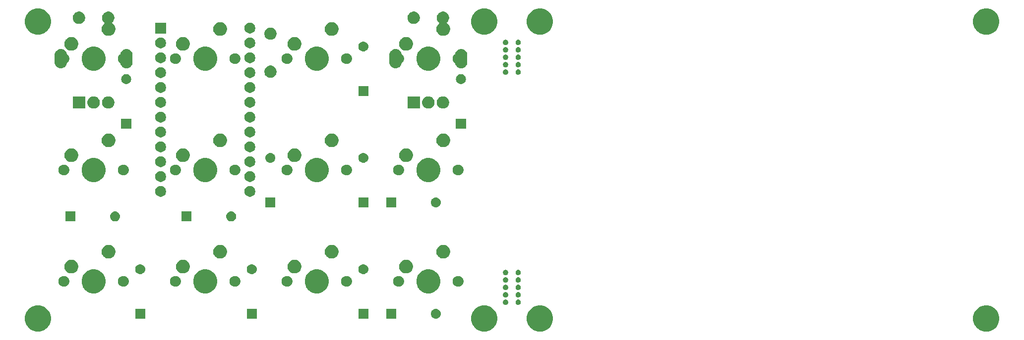
<source format=gbr>
G04 #@! TF.GenerationSoftware,KiCad,Pcbnew,(5.1.4)-1*
G04 #@! TF.CreationDate,2021-01-23T00:36:45-05:00*
G04 #@! TF.ProjectId,macropad,6d616372-6f70-4616-942e-6b696361645f,rev?*
G04 #@! TF.SameCoordinates,Original*
G04 #@! TF.FileFunction,Soldermask,Bot*
G04 #@! TF.FilePolarity,Negative*
%FSLAX46Y46*%
G04 Gerber Fmt 4.6, Leading zero omitted, Abs format (unit mm)*
G04 Created by KiCad (PCBNEW (5.1.4)-1) date 2021-01-23 00:36:45*
%MOMM*%
%LPD*%
G04 APERTURE LIST*
%ADD10C,0.100000*%
G04 APERTURE END LIST*
D10*
G36*
X185219630Y-105709776D02*
G01*
X185600343Y-105785504D01*
X186009999Y-105955189D01*
X186378679Y-106201534D01*
X186692216Y-106515071D01*
X186938561Y-106883751D01*
X187108246Y-107293407D01*
X187194750Y-107728296D01*
X187194750Y-108171704D01*
X187108246Y-108606593D01*
X186938561Y-109016249D01*
X186692216Y-109384929D01*
X186378679Y-109698466D01*
X186009999Y-109944811D01*
X185600343Y-110114496D01*
X185219630Y-110190224D01*
X185165455Y-110201000D01*
X184722045Y-110201000D01*
X184667870Y-110190224D01*
X184287157Y-110114496D01*
X183877501Y-109944811D01*
X183508821Y-109698466D01*
X183195284Y-109384929D01*
X182948939Y-109016249D01*
X182779254Y-108606593D01*
X182692750Y-108171704D01*
X182692750Y-107728296D01*
X182779254Y-107293407D01*
X182948939Y-106883751D01*
X183195284Y-106515071D01*
X183508821Y-106201534D01*
X183877501Y-105955189D01*
X184287157Y-105785504D01*
X184667870Y-105709776D01*
X184722045Y-105699000D01*
X185165455Y-105699000D01*
X185219630Y-105709776D01*
X185219630Y-105709776D01*
G37*
G36*
X194744630Y-105709776D02*
G01*
X195125343Y-105785504D01*
X195534999Y-105955189D01*
X195903679Y-106201534D01*
X196217216Y-106515071D01*
X196463561Y-106883751D01*
X196633246Y-107293407D01*
X196719750Y-107728296D01*
X196719750Y-108171704D01*
X196633246Y-108606593D01*
X196463561Y-109016249D01*
X196217216Y-109384929D01*
X195903679Y-109698466D01*
X195534999Y-109944811D01*
X195125343Y-110114496D01*
X194744630Y-110190224D01*
X194690455Y-110201000D01*
X194247045Y-110201000D01*
X194192870Y-110190224D01*
X193812157Y-110114496D01*
X193402501Y-109944811D01*
X193033821Y-109698466D01*
X192720284Y-109384929D01*
X192473939Y-109016249D01*
X192304254Y-108606593D01*
X192217750Y-108171704D01*
X192217750Y-107728296D01*
X192304254Y-107293407D01*
X192473939Y-106883751D01*
X192720284Y-106515071D01*
X193033821Y-106201534D01*
X193402501Y-105955189D01*
X193812157Y-105785504D01*
X194192870Y-105709776D01*
X194247045Y-105699000D01*
X194690455Y-105699000D01*
X194744630Y-105709776D01*
X194744630Y-105709776D01*
G37*
G36*
X270944630Y-105709776D02*
G01*
X271325343Y-105785504D01*
X271734999Y-105955189D01*
X272103679Y-106201534D01*
X272417216Y-106515071D01*
X272663561Y-106883751D01*
X272833246Y-107293407D01*
X272919750Y-107728296D01*
X272919750Y-108171704D01*
X272833246Y-108606593D01*
X272663561Y-109016249D01*
X272417216Y-109384929D01*
X272103679Y-109698466D01*
X271734999Y-109944811D01*
X271325343Y-110114496D01*
X270944630Y-110190224D01*
X270890455Y-110201000D01*
X270447045Y-110201000D01*
X270392870Y-110190224D01*
X270012157Y-110114496D01*
X269602501Y-109944811D01*
X269233821Y-109698466D01*
X268920284Y-109384929D01*
X268673939Y-109016249D01*
X268504254Y-108606593D01*
X268417750Y-108171704D01*
X268417750Y-107728296D01*
X268504254Y-107293407D01*
X268673939Y-106883751D01*
X268920284Y-106515071D01*
X269233821Y-106201534D01*
X269602501Y-105955189D01*
X270012157Y-105785504D01*
X270392870Y-105709776D01*
X270447045Y-105699000D01*
X270890455Y-105699000D01*
X270944630Y-105709776D01*
X270944630Y-105709776D01*
G37*
G36*
X109019630Y-105709776D02*
G01*
X109400343Y-105785504D01*
X109809999Y-105955189D01*
X110178679Y-106201534D01*
X110492216Y-106515071D01*
X110738561Y-106883751D01*
X110908246Y-107293407D01*
X110994750Y-107728296D01*
X110994750Y-108171704D01*
X110908246Y-108606593D01*
X110738561Y-109016249D01*
X110492216Y-109384929D01*
X110178679Y-109698466D01*
X109809999Y-109944811D01*
X109400343Y-110114496D01*
X109019630Y-110190224D01*
X108965455Y-110201000D01*
X108522045Y-110201000D01*
X108467870Y-110190224D01*
X108087157Y-110114496D01*
X107677501Y-109944811D01*
X107308821Y-109698466D01*
X106995284Y-109384929D01*
X106748939Y-109016249D01*
X106579254Y-108606593D01*
X106492750Y-108171704D01*
X106492750Y-107728296D01*
X106579254Y-107293407D01*
X106748939Y-106883751D01*
X106995284Y-106515071D01*
X107308821Y-106201534D01*
X107677501Y-105955189D01*
X108087157Y-105785504D01*
X108467870Y-105709776D01*
X108522045Y-105699000D01*
X108965455Y-105699000D01*
X109019630Y-105709776D01*
X109019630Y-105709776D01*
G37*
G36*
X165157250Y-108007250D02*
G01*
X163455250Y-108007250D01*
X163455250Y-106305250D01*
X165157250Y-106305250D01*
X165157250Y-108007250D01*
X165157250Y-108007250D01*
G37*
G36*
X176855573Y-106317563D02*
G01*
X177015992Y-106366226D01*
X177148656Y-106437136D01*
X177163828Y-106445246D01*
X177293409Y-106551591D01*
X177399754Y-106681172D01*
X177399755Y-106681174D01*
X177478774Y-106829008D01*
X177527437Y-106989427D01*
X177543867Y-107156250D01*
X177527437Y-107323073D01*
X177478774Y-107483492D01*
X177407864Y-107616156D01*
X177399754Y-107631328D01*
X177293409Y-107760909D01*
X177163828Y-107867254D01*
X177163826Y-107867255D01*
X177015992Y-107946274D01*
X176855573Y-107994937D01*
X176730554Y-108007250D01*
X176646946Y-108007250D01*
X176521927Y-107994937D01*
X176361508Y-107946274D01*
X176213674Y-107867255D01*
X176213672Y-107867254D01*
X176084091Y-107760909D01*
X175977746Y-107631328D01*
X175969636Y-107616156D01*
X175898726Y-107483492D01*
X175850063Y-107323073D01*
X175833633Y-107156250D01*
X175850063Y-106989427D01*
X175898726Y-106829008D01*
X175977745Y-106681174D01*
X175977746Y-106681172D01*
X176084091Y-106551591D01*
X176213672Y-106445246D01*
X176228844Y-106437136D01*
X176361508Y-106366226D01*
X176521927Y-106317563D01*
X176646946Y-106305250D01*
X176730554Y-106305250D01*
X176855573Y-106317563D01*
X176855573Y-106317563D01*
G37*
G36*
X169919750Y-108007250D02*
G01*
X168217750Y-108007250D01*
X168217750Y-106305250D01*
X169919750Y-106305250D01*
X169919750Y-108007250D01*
X169919750Y-108007250D01*
G37*
G36*
X146107250Y-108007250D02*
G01*
X144405250Y-108007250D01*
X144405250Y-106305250D01*
X146107250Y-106305250D01*
X146107250Y-108007250D01*
X146107250Y-108007250D01*
G37*
G36*
X127057250Y-108007250D02*
G01*
X125355250Y-108007250D01*
X125355250Y-106305250D01*
X127057250Y-106305250D01*
X127057250Y-108007250D01*
X127057250Y-108007250D01*
G37*
G36*
X190883714Y-104728389D02*
G01*
X190964645Y-104761912D01*
X191037480Y-104810579D01*
X191099421Y-104872520D01*
X191148088Y-104945355D01*
X191181611Y-105026286D01*
X191198700Y-105112201D01*
X191198700Y-105199799D01*
X191181611Y-105285714D01*
X191148088Y-105366645D01*
X191099421Y-105439480D01*
X191037480Y-105501421D01*
X190964645Y-105550088D01*
X190964644Y-105550089D01*
X190964643Y-105550089D01*
X190883714Y-105583611D01*
X190797801Y-105600700D01*
X190710199Y-105600700D01*
X190624286Y-105583611D01*
X190543357Y-105550089D01*
X190543356Y-105550089D01*
X190543355Y-105550088D01*
X190470520Y-105501421D01*
X190408579Y-105439480D01*
X190359912Y-105366645D01*
X190326389Y-105285714D01*
X190309300Y-105199799D01*
X190309300Y-105112201D01*
X190326389Y-105026286D01*
X190359912Y-104945355D01*
X190408579Y-104872520D01*
X190470520Y-104810579D01*
X190543355Y-104761912D01*
X190624286Y-104728389D01*
X190710199Y-104711300D01*
X190797801Y-104711300D01*
X190883714Y-104728389D01*
X190883714Y-104728389D01*
G37*
G36*
X188724714Y-104728389D02*
G01*
X188805645Y-104761912D01*
X188878480Y-104810579D01*
X188940421Y-104872520D01*
X188989088Y-104945355D01*
X189022611Y-105026286D01*
X189039700Y-105112201D01*
X189039700Y-105199799D01*
X189022611Y-105285714D01*
X188989088Y-105366645D01*
X188940421Y-105439480D01*
X188878480Y-105501421D01*
X188805645Y-105550088D01*
X188805644Y-105550089D01*
X188805643Y-105550089D01*
X188724714Y-105583611D01*
X188638801Y-105600700D01*
X188551199Y-105600700D01*
X188465286Y-105583611D01*
X188384357Y-105550089D01*
X188384356Y-105550089D01*
X188384355Y-105550088D01*
X188311520Y-105501421D01*
X188249579Y-105439480D01*
X188200912Y-105366645D01*
X188167389Y-105285714D01*
X188150300Y-105199799D01*
X188150300Y-105112201D01*
X188167389Y-105026286D01*
X188200912Y-104945355D01*
X188249579Y-104872520D01*
X188311520Y-104810579D01*
X188384355Y-104761912D01*
X188465286Y-104728389D01*
X188551199Y-104711300D01*
X188638801Y-104711300D01*
X188724714Y-104728389D01*
X188724714Y-104728389D01*
G37*
G36*
X188724714Y-103458389D02*
G01*
X188805645Y-103491912D01*
X188878480Y-103540579D01*
X188940421Y-103602520D01*
X188989088Y-103675355D01*
X189022611Y-103756286D01*
X189039700Y-103842201D01*
X189039700Y-103929799D01*
X189022611Y-104015714D01*
X188989088Y-104096645D01*
X188940421Y-104169480D01*
X188878480Y-104231421D01*
X188805645Y-104280088D01*
X188805644Y-104280089D01*
X188805643Y-104280089D01*
X188724714Y-104313611D01*
X188638801Y-104330700D01*
X188551199Y-104330700D01*
X188465286Y-104313611D01*
X188384357Y-104280089D01*
X188384356Y-104280089D01*
X188384355Y-104280088D01*
X188311520Y-104231421D01*
X188249579Y-104169480D01*
X188200912Y-104096645D01*
X188167389Y-104015714D01*
X188150300Y-103929799D01*
X188150300Y-103842201D01*
X188167389Y-103756286D01*
X188200912Y-103675355D01*
X188249579Y-103602520D01*
X188311520Y-103540579D01*
X188384355Y-103491912D01*
X188465286Y-103458389D01*
X188551199Y-103441300D01*
X188638801Y-103441300D01*
X188724714Y-103458389D01*
X188724714Y-103458389D01*
G37*
G36*
X190883714Y-103458389D02*
G01*
X190964645Y-103491912D01*
X191037480Y-103540579D01*
X191099421Y-103602520D01*
X191148088Y-103675355D01*
X191181611Y-103756286D01*
X191198700Y-103842201D01*
X191198700Y-103929799D01*
X191181611Y-104015714D01*
X191148088Y-104096645D01*
X191099421Y-104169480D01*
X191037480Y-104231421D01*
X190964645Y-104280088D01*
X190964644Y-104280089D01*
X190964643Y-104280089D01*
X190883714Y-104313611D01*
X190797801Y-104330700D01*
X190710199Y-104330700D01*
X190624286Y-104313611D01*
X190543357Y-104280089D01*
X190543356Y-104280089D01*
X190543355Y-104280088D01*
X190470520Y-104231421D01*
X190408579Y-104169480D01*
X190359912Y-104096645D01*
X190326389Y-104015714D01*
X190309300Y-103929799D01*
X190309300Y-103842201D01*
X190326389Y-103756286D01*
X190359912Y-103675355D01*
X190408579Y-103602520D01*
X190470520Y-103540579D01*
X190543355Y-103491912D01*
X190624286Y-103458389D01*
X190710199Y-103441300D01*
X190797801Y-103441300D01*
X190883714Y-103458389D01*
X190883714Y-103458389D01*
G37*
G36*
X118865224Y-99633684D02*
G01*
X119032748Y-99703075D01*
X119237373Y-99787833D01*
X119572298Y-100011623D01*
X119857127Y-100296452D01*
X120080917Y-100631377D01*
X120113312Y-100709586D01*
X120235066Y-101003526D01*
X120313650Y-101398594D01*
X120313650Y-101801406D01*
X120235066Y-102196474D01*
X120148544Y-102405357D01*
X120080917Y-102568623D01*
X119857127Y-102903548D01*
X119572298Y-103188377D01*
X119237373Y-103412167D01*
X119083224Y-103476017D01*
X118865224Y-103566316D01*
X118470156Y-103644900D01*
X118067344Y-103644900D01*
X117672276Y-103566316D01*
X117454276Y-103476017D01*
X117300127Y-103412167D01*
X116965202Y-103188377D01*
X116680373Y-102903548D01*
X116456583Y-102568623D01*
X116388956Y-102405357D01*
X116302434Y-102196474D01*
X116223850Y-101801406D01*
X116223850Y-101398594D01*
X116302434Y-101003526D01*
X116424188Y-100709586D01*
X116456583Y-100631377D01*
X116680373Y-100296452D01*
X116965202Y-100011623D01*
X117300127Y-99787833D01*
X117504752Y-99703075D01*
X117672276Y-99633684D01*
X118067344Y-99555100D01*
X118470156Y-99555100D01*
X118865224Y-99633684D01*
X118865224Y-99633684D01*
G37*
G36*
X137915224Y-99633684D02*
G01*
X138082748Y-99703075D01*
X138287373Y-99787833D01*
X138622298Y-100011623D01*
X138907127Y-100296452D01*
X139130917Y-100631377D01*
X139163312Y-100709586D01*
X139285066Y-101003526D01*
X139363650Y-101398594D01*
X139363650Y-101801406D01*
X139285066Y-102196474D01*
X139198544Y-102405357D01*
X139130917Y-102568623D01*
X138907127Y-102903548D01*
X138622298Y-103188377D01*
X138287373Y-103412167D01*
X138133224Y-103476017D01*
X137915224Y-103566316D01*
X137520156Y-103644900D01*
X137117344Y-103644900D01*
X136722276Y-103566316D01*
X136504276Y-103476017D01*
X136350127Y-103412167D01*
X136015202Y-103188377D01*
X135730373Y-102903548D01*
X135506583Y-102568623D01*
X135438956Y-102405357D01*
X135352434Y-102196474D01*
X135273850Y-101801406D01*
X135273850Y-101398594D01*
X135352434Y-101003526D01*
X135474188Y-100709586D01*
X135506583Y-100631377D01*
X135730373Y-100296452D01*
X136015202Y-100011623D01*
X136350127Y-99787833D01*
X136554752Y-99703075D01*
X136722276Y-99633684D01*
X137117344Y-99555100D01*
X137520156Y-99555100D01*
X137915224Y-99633684D01*
X137915224Y-99633684D01*
G37*
G36*
X156965224Y-99633684D02*
G01*
X157132748Y-99703075D01*
X157337373Y-99787833D01*
X157672298Y-100011623D01*
X157957127Y-100296452D01*
X158180917Y-100631377D01*
X158213312Y-100709586D01*
X158335066Y-101003526D01*
X158413650Y-101398594D01*
X158413650Y-101801406D01*
X158335066Y-102196474D01*
X158248544Y-102405357D01*
X158180917Y-102568623D01*
X157957127Y-102903548D01*
X157672298Y-103188377D01*
X157337373Y-103412167D01*
X157183224Y-103476017D01*
X156965224Y-103566316D01*
X156570156Y-103644900D01*
X156167344Y-103644900D01*
X155772276Y-103566316D01*
X155554276Y-103476017D01*
X155400127Y-103412167D01*
X155065202Y-103188377D01*
X154780373Y-102903548D01*
X154556583Y-102568623D01*
X154488956Y-102405357D01*
X154402434Y-102196474D01*
X154323850Y-101801406D01*
X154323850Y-101398594D01*
X154402434Y-101003526D01*
X154524188Y-100709586D01*
X154556583Y-100631377D01*
X154780373Y-100296452D01*
X155065202Y-100011623D01*
X155400127Y-99787833D01*
X155604752Y-99703075D01*
X155772276Y-99633684D01*
X156167344Y-99555100D01*
X156570156Y-99555100D01*
X156965224Y-99633684D01*
X156965224Y-99633684D01*
G37*
G36*
X176015224Y-99633684D02*
G01*
X176182748Y-99703075D01*
X176387373Y-99787833D01*
X176722298Y-100011623D01*
X177007127Y-100296452D01*
X177230917Y-100631377D01*
X177263312Y-100709586D01*
X177385066Y-101003526D01*
X177463650Y-101398594D01*
X177463650Y-101801406D01*
X177385066Y-102196474D01*
X177298544Y-102405357D01*
X177230917Y-102568623D01*
X177007127Y-102903548D01*
X176722298Y-103188377D01*
X176387373Y-103412167D01*
X176233224Y-103476017D01*
X176015224Y-103566316D01*
X175620156Y-103644900D01*
X175217344Y-103644900D01*
X174822276Y-103566316D01*
X174604276Y-103476017D01*
X174450127Y-103412167D01*
X174115202Y-103188377D01*
X173830373Y-102903548D01*
X173606583Y-102568623D01*
X173538956Y-102405357D01*
X173452434Y-102196474D01*
X173373850Y-101801406D01*
X173373850Y-101398594D01*
X173452434Y-101003526D01*
X173574188Y-100709586D01*
X173606583Y-100631377D01*
X173830373Y-100296452D01*
X174115202Y-100011623D01*
X174450127Y-99787833D01*
X174654752Y-99703075D01*
X174822276Y-99633684D01*
X175217344Y-99555100D01*
X175620156Y-99555100D01*
X176015224Y-99633684D01*
X176015224Y-99633684D01*
G37*
G36*
X190883714Y-102188389D02*
G01*
X190964645Y-102221912D01*
X191037480Y-102270579D01*
X191099421Y-102332520D01*
X191099422Y-102332522D01*
X191148089Y-102405357D01*
X191181611Y-102486286D01*
X191197989Y-102568623D01*
X191198700Y-102572201D01*
X191198700Y-102659799D01*
X191181611Y-102745714D01*
X191148088Y-102826645D01*
X191099421Y-102899480D01*
X191037480Y-102961421D01*
X190964645Y-103010088D01*
X190964644Y-103010089D01*
X190964643Y-103010089D01*
X190883714Y-103043611D01*
X190797801Y-103060700D01*
X190710199Y-103060700D01*
X190624286Y-103043611D01*
X190543357Y-103010089D01*
X190543356Y-103010089D01*
X190543355Y-103010088D01*
X190470520Y-102961421D01*
X190408579Y-102899480D01*
X190359912Y-102826645D01*
X190326389Y-102745714D01*
X190309300Y-102659799D01*
X190309300Y-102572201D01*
X190310012Y-102568623D01*
X190326389Y-102486286D01*
X190359911Y-102405357D01*
X190408578Y-102332522D01*
X190408579Y-102332520D01*
X190470520Y-102270579D01*
X190543355Y-102221912D01*
X190624286Y-102188389D01*
X190710199Y-102171300D01*
X190797801Y-102171300D01*
X190883714Y-102188389D01*
X190883714Y-102188389D01*
G37*
G36*
X188724714Y-102188389D02*
G01*
X188805645Y-102221912D01*
X188878480Y-102270579D01*
X188940421Y-102332520D01*
X188940422Y-102332522D01*
X188989089Y-102405357D01*
X189022611Y-102486286D01*
X189038989Y-102568623D01*
X189039700Y-102572201D01*
X189039700Y-102659799D01*
X189022611Y-102745714D01*
X188989088Y-102826645D01*
X188940421Y-102899480D01*
X188878480Y-102961421D01*
X188805645Y-103010088D01*
X188805644Y-103010089D01*
X188805643Y-103010089D01*
X188724714Y-103043611D01*
X188638801Y-103060700D01*
X188551199Y-103060700D01*
X188465286Y-103043611D01*
X188384357Y-103010089D01*
X188384356Y-103010089D01*
X188384355Y-103010088D01*
X188311520Y-102961421D01*
X188249579Y-102899480D01*
X188200912Y-102826645D01*
X188167389Y-102745714D01*
X188150300Y-102659799D01*
X188150300Y-102572201D01*
X188151012Y-102568623D01*
X188167389Y-102486286D01*
X188200911Y-102405357D01*
X188249578Y-102332522D01*
X188249579Y-102332520D01*
X188311520Y-102270579D01*
X188384355Y-102221912D01*
X188465286Y-102188389D01*
X188551199Y-102171300D01*
X188638801Y-102171300D01*
X188724714Y-102188389D01*
X188724714Y-102188389D01*
G37*
G36*
X170608854Y-100709585D02*
G01*
X170777376Y-100779389D01*
X170929041Y-100880728D01*
X171058022Y-101009709D01*
X171159361Y-101161374D01*
X171229165Y-101329896D01*
X171264750Y-101508797D01*
X171264750Y-101691203D01*
X171229165Y-101870104D01*
X171159361Y-102038626D01*
X171058022Y-102190291D01*
X170929041Y-102319272D01*
X170777376Y-102420611D01*
X170608854Y-102490415D01*
X170429953Y-102526000D01*
X170247547Y-102526000D01*
X170068646Y-102490415D01*
X169900124Y-102420611D01*
X169748459Y-102319272D01*
X169619478Y-102190291D01*
X169518139Y-102038626D01*
X169448335Y-101870104D01*
X169412750Y-101691203D01*
X169412750Y-101508797D01*
X169448335Y-101329896D01*
X169518139Y-101161374D01*
X169619478Y-101009709D01*
X169748459Y-100880728D01*
X169900124Y-100779389D01*
X170068646Y-100709585D01*
X170247547Y-100674000D01*
X170429953Y-100674000D01*
X170608854Y-100709585D01*
X170608854Y-100709585D01*
G37*
G36*
X123618854Y-100709585D02*
G01*
X123787376Y-100779389D01*
X123939041Y-100880728D01*
X124068022Y-101009709D01*
X124169361Y-101161374D01*
X124239165Y-101329896D01*
X124274750Y-101508797D01*
X124274750Y-101691203D01*
X124239165Y-101870104D01*
X124169361Y-102038626D01*
X124068022Y-102190291D01*
X123939041Y-102319272D01*
X123787376Y-102420611D01*
X123618854Y-102490415D01*
X123439953Y-102526000D01*
X123257547Y-102526000D01*
X123078646Y-102490415D01*
X122910124Y-102420611D01*
X122758459Y-102319272D01*
X122629478Y-102190291D01*
X122528139Y-102038626D01*
X122458335Y-101870104D01*
X122422750Y-101691203D01*
X122422750Y-101508797D01*
X122458335Y-101329896D01*
X122528139Y-101161374D01*
X122629478Y-101009709D01*
X122758459Y-100880728D01*
X122910124Y-100779389D01*
X123078646Y-100709585D01*
X123257547Y-100674000D01*
X123439953Y-100674000D01*
X123618854Y-100709585D01*
X123618854Y-100709585D01*
G37*
G36*
X113458854Y-100709585D02*
G01*
X113627376Y-100779389D01*
X113779041Y-100880728D01*
X113908022Y-101009709D01*
X114009361Y-101161374D01*
X114079165Y-101329896D01*
X114114750Y-101508797D01*
X114114750Y-101691203D01*
X114079165Y-101870104D01*
X114009361Y-102038626D01*
X113908022Y-102190291D01*
X113779041Y-102319272D01*
X113627376Y-102420611D01*
X113458854Y-102490415D01*
X113279953Y-102526000D01*
X113097547Y-102526000D01*
X112918646Y-102490415D01*
X112750124Y-102420611D01*
X112598459Y-102319272D01*
X112469478Y-102190291D01*
X112368139Y-102038626D01*
X112298335Y-101870104D01*
X112262750Y-101691203D01*
X112262750Y-101508797D01*
X112298335Y-101329896D01*
X112368139Y-101161374D01*
X112469478Y-101009709D01*
X112598459Y-100880728D01*
X112750124Y-100779389D01*
X112918646Y-100709585D01*
X113097547Y-100674000D01*
X113279953Y-100674000D01*
X113458854Y-100709585D01*
X113458854Y-100709585D01*
G37*
G36*
X142668854Y-100709585D02*
G01*
X142837376Y-100779389D01*
X142989041Y-100880728D01*
X143118022Y-101009709D01*
X143219361Y-101161374D01*
X143289165Y-101329896D01*
X143324750Y-101508797D01*
X143324750Y-101691203D01*
X143289165Y-101870104D01*
X143219361Y-102038626D01*
X143118022Y-102190291D01*
X142989041Y-102319272D01*
X142837376Y-102420611D01*
X142668854Y-102490415D01*
X142489953Y-102526000D01*
X142307547Y-102526000D01*
X142128646Y-102490415D01*
X141960124Y-102420611D01*
X141808459Y-102319272D01*
X141679478Y-102190291D01*
X141578139Y-102038626D01*
X141508335Y-101870104D01*
X141472750Y-101691203D01*
X141472750Y-101508797D01*
X141508335Y-101329896D01*
X141578139Y-101161374D01*
X141679478Y-101009709D01*
X141808459Y-100880728D01*
X141960124Y-100779389D01*
X142128646Y-100709585D01*
X142307547Y-100674000D01*
X142489953Y-100674000D01*
X142668854Y-100709585D01*
X142668854Y-100709585D01*
G37*
G36*
X132508854Y-100709585D02*
G01*
X132677376Y-100779389D01*
X132829041Y-100880728D01*
X132958022Y-101009709D01*
X133059361Y-101161374D01*
X133129165Y-101329896D01*
X133164750Y-101508797D01*
X133164750Y-101691203D01*
X133129165Y-101870104D01*
X133059361Y-102038626D01*
X132958022Y-102190291D01*
X132829041Y-102319272D01*
X132677376Y-102420611D01*
X132508854Y-102490415D01*
X132329953Y-102526000D01*
X132147547Y-102526000D01*
X131968646Y-102490415D01*
X131800124Y-102420611D01*
X131648459Y-102319272D01*
X131519478Y-102190291D01*
X131418139Y-102038626D01*
X131348335Y-101870104D01*
X131312750Y-101691203D01*
X131312750Y-101508797D01*
X131348335Y-101329896D01*
X131418139Y-101161374D01*
X131519478Y-101009709D01*
X131648459Y-100880728D01*
X131800124Y-100779389D01*
X131968646Y-100709585D01*
X132147547Y-100674000D01*
X132329953Y-100674000D01*
X132508854Y-100709585D01*
X132508854Y-100709585D01*
G37*
G36*
X161718854Y-100709585D02*
G01*
X161887376Y-100779389D01*
X162039041Y-100880728D01*
X162168022Y-101009709D01*
X162269361Y-101161374D01*
X162339165Y-101329896D01*
X162374750Y-101508797D01*
X162374750Y-101691203D01*
X162339165Y-101870104D01*
X162269361Y-102038626D01*
X162168022Y-102190291D01*
X162039041Y-102319272D01*
X161887376Y-102420611D01*
X161718854Y-102490415D01*
X161539953Y-102526000D01*
X161357547Y-102526000D01*
X161178646Y-102490415D01*
X161010124Y-102420611D01*
X160858459Y-102319272D01*
X160729478Y-102190291D01*
X160628139Y-102038626D01*
X160558335Y-101870104D01*
X160522750Y-101691203D01*
X160522750Y-101508797D01*
X160558335Y-101329896D01*
X160628139Y-101161374D01*
X160729478Y-101009709D01*
X160858459Y-100880728D01*
X161010124Y-100779389D01*
X161178646Y-100709585D01*
X161357547Y-100674000D01*
X161539953Y-100674000D01*
X161718854Y-100709585D01*
X161718854Y-100709585D01*
G37*
G36*
X151558854Y-100709585D02*
G01*
X151727376Y-100779389D01*
X151879041Y-100880728D01*
X152008022Y-101009709D01*
X152109361Y-101161374D01*
X152179165Y-101329896D01*
X152214750Y-101508797D01*
X152214750Y-101691203D01*
X152179165Y-101870104D01*
X152109361Y-102038626D01*
X152008022Y-102190291D01*
X151879041Y-102319272D01*
X151727376Y-102420611D01*
X151558854Y-102490415D01*
X151379953Y-102526000D01*
X151197547Y-102526000D01*
X151018646Y-102490415D01*
X150850124Y-102420611D01*
X150698459Y-102319272D01*
X150569478Y-102190291D01*
X150468139Y-102038626D01*
X150398335Y-101870104D01*
X150362750Y-101691203D01*
X150362750Y-101508797D01*
X150398335Y-101329896D01*
X150468139Y-101161374D01*
X150569478Y-101009709D01*
X150698459Y-100880728D01*
X150850124Y-100779389D01*
X151018646Y-100709585D01*
X151197547Y-100674000D01*
X151379953Y-100674000D01*
X151558854Y-100709585D01*
X151558854Y-100709585D01*
G37*
G36*
X180768854Y-100709585D02*
G01*
X180937376Y-100779389D01*
X181089041Y-100880728D01*
X181218022Y-101009709D01*
X181319361Y-101161374D01*
X181389165Y-101329896D01*
X181424750Y-101508797D01*
X181424750Y-101691203D01*
X181389165Y-101870104D01*
X181319361Y-102038626D01*
X181218022Y-102190291D01*
X181089041Y-102319272D01*
X180937376Y-102420611D01*
X180768854Y-102490415D01*
X180589953Y-102526000D01*
X180407547Y-102526000D01*
X180228646Y-102490415D01*
X180060124Y-102420611D01*
X179908459Y-102319272D01*
X179779478Y-102190291D01*
X179678139Y-102038626D01*
X179608335Y-101870104D01*
X179572750Y-101691203D01*
X179572750Y-101508797D01*
X179608335Y-101329896D01*
X179678139Y-101161374D01*
X179779478Y-101009709D01*
X179908459Y-100880728D01*
X180060124Y-100779389D01*
X180228646Y-100709585D01*
X180407547Y-100674000D01*
X180589953Y-100674000D01*
X180768854Y-100709585D01*
X180768854Y-100709585D01*
G37*
G36*
X190883714Y-100918389D02*
G01*
X190964645Y-100951912D01*
X191037480Y-101000579D01*
X191099421Y-101062520D01*
X191099422Y-101062522D01*
X191148089Y-101135357D01*
X191181611Y-101216286D01*
X191198700Y-101302199D01*
X191198700Y-101389801D01*
X191181611Y-101475714D01*
X191167908Y-101508797D01*
X191148088Y-101556645D01*
X191099421Y-101629480D01*
X191037480Y-101691421D01*
X190964645Y-101740088D01*
X190964644Y-101740089D01*
X190964643Y-101740089D01*
X190883714Y-101773611D01*
X190797801Y-101790700D01*
X190710199Y-101790700D01*
X190624286Y-101773611D01*
X190543357Y-101740089D01*
X190543356Y-101740089D01*
X190543355Y-101740088D01*
X190470520Y-101691421D01*
X190408579Y-101629480D01*
X190359912Y-101556645D01*
X190340093Y-101508797D01*
X190326389Y-101475714D01*
X190309300Y-101389801D01*
X190309300Y-101302199D01*
X190326389Y-101216286D01*
X190359911Y-101135357D01*
X190408578Y-101062522D01*
X190408579Y-101062520D01*
X190470520Y-101000579D01*
X190543355Y-100951912D01*
X190624286Y-100918389D01*
X190710199Y-100901300D01*
X190797801Y-100901300D01*
X190883714Y-100918389D01*
X190883714Y-100918389D01*
G37*
G36*
X188724714Y-100918389D02*
G01*
X188805645Y-100951912D01*
X188878480Y-101000579D01*
X188940421Y-101062520D01*
X188940422Y-101062522D01*
X188989089Y-101135357D01*
X189022611Y-101216286D01*
X189039700Y-101302199D01*
X189039700Y-101389801D01*
X189022611Y-101475714D01*
X189008908Y-101508797D01*
X188989088Y-101556645D01*
X188940421Y-101629480D01*
X188878480Y-101691421D01*
X188805645Y-101740088D01*
X188805644Y-101740089D01*
X188805643Y-101740089D01*
X188724714Y-101773611D01*
X188638801Y-101790700D01*
X188551199Y-101790700D01*
X188465286Y-101773611D01*
X188384357Y-101740089D01*
X188384356Y-101740089D01*
X188384355Y-101740088D01*
X188311520Y-101691421D01*
X188249579Y-101629480D01*
X188200912Y-101556645D01*
X188181093Y-101508797D01*
X188167389Y-101475714D01*
X188150300Y-101389801D01*
X188150300Y-101302199D01*
X188167389Y-101216286D01*
X188200911Y-101135357D01*
X188249578Y-101062522D01*
X188249579Y-101062520D01*
X188311520Y-101000579D01*
X188384355Y-100951912D01*
X188465286Y-100918389D01*
X188551199Y-100901300D01*
X188638801Y-100901300D01*
X188724714Y-100918389D01*
X188724714Y-100918389D01*
G37*
G36*
X190883714Y-99648389D02*
G01*
X190964645Y-99681912D01*
X191037480Y-99730579D01*
X191099421Y-99792520D01*
X191110871Y-99809656D01*
X191148089Y-99865357D01*
X191181611Y-99946286D01*
X191198700Y-100032199D01*
X191198700Y-100119801D01*
X191181611Y-100205714D01*
X191164405Y-100247254D01*
X191148088Y-100286645D01*
X191099421Y-100359480D01*
X191037480Y-100421421D01*
X190964645Y-100470088D01*
X190964644Y-100470089D01*
X190964643Y-100470089D01*
X190883714Y-100503611D01*
X190797801Y-100520700D01*
X190710199Y-100520700D01*
X190624286Y-100503611D01*
X190543357Y-100470089D01*
X190543356Y-100470089D01*
X190543355Y-100470088D01*
X190470520Y-100421421D01*
X190408579Y-100359480D01*
X190359912Y-100286645D01*
X190343596Y-100247254D01*
X190326389Y-100205714D01*
X190309300Y-100119801D01*
X190309300Y-100032199D01*
X190326389Y-99946286D01*
X190359911Y-99865357D01*
X190397129Y-99809656D01*
X190408579Y-99792520D01*
X190470520Y-99730579D01*
X190543355Y-99681912D01*
X190624286Y-99648389D01*
X190710199Y-99631300D01*
X190797801Y-99631300D01*
X190883714Y-99648389D01*
X190883714Y-99648389D01*
G37*
G36*
X188724714Y-99648389D02*
G01*
X188805645Y-99681912D01*
X188878480Y-99730579D01*
X188940421Y-99792520D01*
X188951871Y-99809656D01*
X188989089Y-99865357D01*
X189022611Y-99946286D01*
X189039700Y-100032199D01*
X189039700Y-100119801D01*
X189022611Y-100205714D01*
X189005405Y-100247254D01*
X188989088Y-100286645D01*
X188940421Y-100359480D01*
X188878480Y-100421421D01*
X188805645Y-100470088D01*
X188805644Y-100470089D01*
X188805643Y-100470089D01*
X188724714Y-100503611D01*
X188638801Y-100520700D01*
X188551199Y-100520700D01*
X188465286Y-100503611D01*
X188384357Y-100470089D01*
X188384356Y-100470089D01*
X188384355Y-100470088D01*
X188311520Y-100421421D01*
X188249579Y-100359480D01*
X188200912Y-100286645D01*
X188184596Y-100247254D01*
X188167389Y-100205714D01*
X188150300Y-100119801D01*
X188150300Y-100032199D01*
X188167389Y-99946286D01*
X188200911Y-99865357D01*
X188238129Y-99809656D01*
X188249579Y-99792520D01*
X188311520Y-99730579D01*
X188384355Y-99681912D01*
X188465286Y-99648389D01*
X188551199Y-99631300D01*
X188638801Y-99631300D01*
X188724714Y-99648389D01*
X188724714Y-99648389D01*
G37*
G36*
X164473073Y-98697563D02*
G01*
X164633492Y-98746226D01*
X164766156Y-98817136D01*
X164781328Y-98825246D01*
X164910909Y-98931591D01*
X165017254Y-99061172D01*
X165017255Y-99061174D01*
X165096274Y-99209008D01*
X165144937Y-99369427D01*
X165161367Y-99536250D01*
X165144937Y-99703073D01*
X165096274Y-99863492D01*
X165037495Y-99973459D01*
X165017254Y-100011328D01*
X164910909Y-100140909D01*
X164781328Y-100247254D01*
X164781326Y-100247255D01*
X164633492Y-100326274D01*
X164473073Y-100374937D01*
X164348054Y-100387250D01*
X164264446Y-100387250D01*
X164139427Y-100374937D01*
X163979008Y-100326274D01*
X163831174Y-100247255D01*
X163831172Y-100247254D01*
X163701591Y-100140909D01*
X163595246Y-100011328D01*
X163575005Y-99973459D01*
X163516226Y-99863492D01*
X163467563Y-99703073D01*
X163451133Y-99536250D01*
X163467563Y-99369427D01*
X163516226Y-99209008D01*
X163595245Y-99061174D01*
X163595246Y-99061172D01*
X163701591Y-98931591D01*
X163831172Y-98825246D01*
X163846344Y-98817136D01*
X163979008Y-98746226D01*
X164139427Y-98697563D01*
X164264446Y-98685250D01*
X164348054Y-98685250D01*
X164473073Y-98697563D01*
X164473073Y-98697563D01*
G37*
G36*
X145423073Y-98697563D02*
G01*
X145583492Y-98746226D01*
X145716156Y-98817136D01*
X145731328Y-98825246D01*
X145860909Y-98931591D01*
X145967254Y-99061172D01*
X145967255Y-99061174D01*
X146046274Y-99209008D01*
X146094937Y-99369427D01*
X146111367Y-99536250D01*
X146094937Y-99703073D01*
X146046274Y-99863492D01*
X145987495Y-99973459D01*
X145967254Y-100011328D01*
X145860909Y-100140909D01*
X145731328Y-100247254D01*
X145731326Y-100247255D01*
X145583492Y-100326274D01*
X145423073Y-100374937D01*
X145298054Y-100387250D01*
X145214446Y-100387250D01*
X145089427Y-100374937D01*
X144929008Y-100326274D01*
X144781174Y-100247255D01*
X144781172Y-100247254D01*
X144651591Y-100140909D01*
X144545246Y-100011328D01*
X144525005Y-99973459D01*
X144466226Y-99863492D01*
X144417563Y-99703073D01*
X144401133Y-99536250D01*
X144417563Y-99369427D01*
X144466226Y-99209008D01*
X144545245Y-99061174D01*
X144545246Y-99061172D01*
X144651591Y-98931591D01*
X144781172Y-98825246D01*
X144796344Y-98817136D01*
X144929008Y-98746226D01*
X145089427Y-98697563D01*
X145214446Y-98685250D01*
X145298054Y-98685250D01*
X145423073Y-98697563D01*
X145423073Y-98697563D01*
G37*
G36*
X126373073Y-98697563D02*
G01*
X126533492Y-98746226D01*
X126666156Y-98817136D01*
X126681328Y-98825246D01*
X126810909Y-98931591D01*
X126917254Y-99061172D01*
X126917255Y-99061174D01*
X126996274Y-99209008D01*
X127044937Y-99369427D01*
X127061367Y-99536250D01*
X127044937Y-99703073D01*
X126996274Y-99863492D01*
X126937495Y-99973459D01*
X126917254Y-100011328D01*
X126810909Y-100140909D01*
X126681328Y-100247254D01*
X126681326Y-100247255D01*
X126533492Y-100326274D01*
X126373073Y-100374937D01*
X126248054Y-100387250D01*
X126164446Y-100387250D01*
X126039427Y-100374937D01*
X125879008Y-100326274D01*
X125731174Y-100247255D01*
X125731172Y-100247254D01*
X125601591Y-100140909D01*
X125495246Y-100011328D01*
X125475005Y-99973459D01*
X125416226Y-99863492D01*
X125367563Y-99703073D01*
X125351133Y-99536250D01*
X125367563Y-99369427D01*
X125416226Y-99209008D01*
X125495245Y-99061174D01*
X125495246Y-99061172D01*
X125601591Y-98931591D01*
X125731172Y-98825246D01*
X125746344Y-98817136D01*
X125879008Y-98746226D01*
X126039427Y-98697563D01*
X126164446Y-98685250D01*
X126248054Y-98685250D01*
X126373073Y-98697563D01*
X126373073Y-98697563D01*
G37*
G36*
X133700310Y-97899064D02*
G01*
X133851777Y-97929193D01*
X134065795Y-98017842D01*
X134065796Y-98017843D01*
X134258404Y-98146539D01*
X134422211Y-98310346D01*
X134508008Y-98438751D01*
X134550908Y-98502955D01*
X134639557Y-98716973D01*
X134684750Y-98944174D01*
X134684750Y-99175826D01*
X134639557Y-99403027D01*
X134550908Y-99617045D01*
X134508008Y-99681249D01*
X134422211Y-99809654D01*
X134258404Y-99973461D01*
X134201290Y-100011623D01*
X134065795Y-100102158D01*
X133851777Y-100190807D01*
X133700310Y-100220936D01*
X133624577Y-100236000D01*
X133392923Y-100236000D01*
X133317190Y-100220936D01*
X133165723Y-100190807D01*
X132951705Y-100102158D01*
X132816210Y-100011623D01*
X132759096Y-99973461D01*
X132595289Y-99809654D01*
X132509492Y-99681249D01*
X132466592Y-99617045D01*
X132377943Y-99403027D01*
X132332750Y-99175826D01*
X132332750Y-98944174D01*
X132377943Y-98716973D01*
X132466592Y-98502955D01*
X132509492Y-98438751D01*
X132595289Y-98310346D01*
X132759096Y-98146539D01*
X132951704Y-98017843D01*
X132951705Y-98017842D01*
X133165723Y-97929193D01*
X133317190Y-97899064D01*
X133392923Y-97884000D01*
X133624577Y-97884000D01*
X133700310Y-97899064D01*
X133700310Y-97899064D01*
G37*
G36*
X114650310Y-97899064D02*
G01*
X114801777Y-97929193D01*
X115015795Y-98017842D01*
X115015796Y-98017843D01*
X115208404Y-98146539D01*
X115372211Y-98310346D01*
X115458008Y-98438751D01*
X115500908Y-98502955D01*
X115589557Y-98716973D01*
X115634750Y-98944174D01*
X115634750Y-99175826D01*
X115589557Y-99403027D01*
X115500908Y-99617045D01*
X115458008Y-99681249D01*
X115372211Y-99809654D01*
X115208404Y-99973461D01*
X115151290Y-100011623D01*
X115015795Y-100102158D01*
X114801777Y-100190807D01*
X114650310Y-100220936D01*
X114574577Y-100236000D01*
X114342923Y-100236000D01*
X114267190Y-100220936D01*
X114115723Y-100190807D01*
X113901705Y-100102158D01*
X113766210Y-100011623D01*
X113709096Y-99973461D01*
X113545289Y-99809654D01*
X113459492Y-99681249D01*
X113416592Y-99617045D01*
X113327943Y-99403027D01*
X113282750Y-99175826D01*
X113282750Y-98944174D01*
X113327943Y-98716973D01*
X113416592Y-98502955D01*
X113459492Y-98438751D01*
X113545289Y-98310346D01*
X113709096Y-98146539D01*
X113901704Y-98017843D01*
X113901705Y-98017842D01*
X114115723Y-97929193D01*
X114267190Y-97899064D01*
X114342923Y-97884000D01*
X114574577Y-97884000D01*
X114650310Y-97899064D01*
X114650310Y-97899064D01*
G37*
G36*
X152750310Y-97899064D02*
G01*
X152901777Y-97929193D01*
X153115795Y-98017842D01*
X153115796Y-98017843D01*
X153308404Y-98146539D01*
X153472211Y-98310346D01*
X153558008Y-98438751D01*
X153600908Y-98502955D01*
X153689557Y-98716973D01*
X153734750Y-98944174D01*
X153734750Y-99175826D01*
X153689557Y-99403027D01*
X153600908Y-99617045D01*
X153558008Y-99681249D01*
X153472211Y-99809654D01*
X153308404Y-99973461D01*
X153251290Y-100011623D01*
X153115795Y-100102158D01*
X152901777Y-100190807D01*
X152750310Y-100220936D01*
X152674577Y-100236000D01*
X152442923Y-100236000D01*
X152367190Y-100220936D01*
X152215723Y-100190807D01*
X152001705Y-100102158D01*
X151866210Y-100011623D01*
X151809096Y-99973461D01*
X151645289Y-99809654D01*
X151559492Y-99681249D01*
X151516592Y-99617045D01*
X151427943Y-99403027D01*
X151382750Y-99175826D01*
X151382750Y-98944174D01*
X151427943Y-98716973D01*
X151516592Y-98502955D01*
X151559492Y-98438751D01*
X151645289Y-98310346D01*
X151809096Y-98146539D01*
X152001704Y-98017843D01*
X152001705Y-98017842D01*
X152215723Y-97929193D01*
X152367190Y-97899064D01*
X152442923Y-97884000D01*
X152674577Y-97884000D01*
X152750310Y-97899064D01*
X152750310Y-97899064D01*
G37*
G36*
X171800310Y-97899064D02*
G01*
X171951777Y-97929193D01*
X172165795Y-98017842D01*
X172165796Y-98017843D01*
X172358404Y-98146539D01*
X172522211Y-98310346D01*
X172608008Y-98438751D01*
X172650908Y-98502955D01*
X172739557Y-98716973D01*
X172784750Y-98944174D01*
X172784750Y-99175826D01*
X172739557Y-99403027D01*
X172650908Y-99617045D01*
X172608008Y-99681249D01*
X172522211Y-99809654D01*
X172358404Y-99973461D01*
X172301290Y-100011623D01*
X172165795Y-100102158D01*
X171951777Y-100190807D01*
X171800310Y-100220936D01*
X171724577Y-100236000D01*
X171492923Y-100236000D01*
X171417190Y-100220936D01*
X171265723Y-100190807D01*
X171051705Y-100102158D01*
X170916210Y-100011623D01*
X170859096Y-99973461D01*
X170695289Y-99809654D01*
X170609492Y-99681249D01*
X170566592Y-99617045D01*
X170477943Y-99403027D01*
X170432750Y-99175826D01*
X170432750Y-98944174D01*
X170477943Y-98716973D01*
X170566592Y-98502955D01*
X170609492Y-98438751D01*
X170695289Y-98310346D01*
X170859096Y-98146539D01*
X171051704Y-98017843D01*
X171051705Y-98017842D01*
X171265723Y-97929193D01*
X171417190Y-97899064D01*
X171492923Y-97884000D01*
X171724577Y-97884000D01*
X171800310Y-97899064D01*
X171800310Y-97899064D01*
G37*
G36*
X121000310Y-95359064D02*
G01*
X121151777Y-95389193D01*
X121365795Y-95477842D01*
X121365796Y-95477843D01*
X121558404Y-95606539D01*
X121722211Y-95770346D01*
X121808008Y-95898751D01*
X121850908Y-95962955D01*
X121939557Y-96176973D01*
X121984750Y-96404174D01*
X121984750Y-96635826D01*
X121939557Y-96863027D01*
X121850908Y-97077045D01*
X121850907Y-97077046D01*
X121722211Y-97269654D01*
X121558404Y-97433461D01*
X121429999Y-97519258D01*
X121365795Y-97562158D01*
X121151777Y-97650807D01*
X121000310Y-97680936D01*
X120924577Y-97696000D01*
X120692923Y-97696000D01*
X120617190Y-97680936D01*
X120465723Y-97650807D01*
X120251705Y-97562158D01*
X120187501Y-97519258D01*
X120059096Y-97433461D01*
X119895289Y-97269654D01*
X119766593Y-97077046D01*
X119766592Y-97077045D01*
X119677943Y-96863027D01*
X119632750Y-96635826D01*
X119632750Y-96404174D01*
X119677943Y-96176973D01*
X119766592Y-95962955D01*
X119809492Y-95898751D01*
X119895289Y-95770346D01*
X120059096Y-95606539D01*
X120251704Y-95477843D01*
X120251705Y-95477842D01*
X120465723Y-95389193D01*
X120617190Y-95359064D01*
X120692923Y-95344000D01*
X120924577Y-95344000D01*
X121000310Y-95359064D01*
X121000310Y-95359064D01*
G37*
G36*
X178150310Y-95359064D02*
G01*
X178301777Y-95389193D01*
X178515795Y-95477842D01*
X178515796Y-95477843D01*
X178708404Y-95606539D01*
X178872211Y-95770346D01*
X178958008Y-95898751D01*
X179000908Y-95962955D01*
X179089557Y-96176973D01*
X179134750Y-96404174D01*
X179134750Y-96635826D01*
X179089557Y-96863027D01*
X179000908Y-97077045D01*
X179000907Y-97077046D01*
X178872211Y-97269654D01*
X178708404Y-97433461D01*
X178579999Y-97519258D01*
X178515795Y-97562158D01*
X178301777Y-97650807D01*
X178150310Y-97680936D01*
X178074577Y-97696000D01*
X177842923Y-97696000D01*
X177767190Y-97680936D01*
X177615723Y-97650807D01*
X177401705Y-97562158D01*
X177337501Y-97519258D01*
X177209096Y-97433461D01*
X177045289Y-97269654D01*
X176916593Y-97077046D01*
X176916592Y-97077045D01*
X176827943Y-96863027D01*
X176782750Y-96635826D01*
X176782750Y-96404174D01*
X176827943Y-96176973D01*
X176916592Y-95962955D01*
X176959492Y-95898751D01*
X177045289Y-95770346D01*
X177209096Y-95606539D01*
X177401704Y-95477843D01*
X177401705Y-95477842D01*
X177615723Y-95389193D01*
X177767190Y-95359064D01*
X177842923Y-95344000D01*
X178074577Y-95344000D01*
X178150310Y-95359064D01*
X178150310Y-95359064D01*
G37*
G36*
X159100310Y-95359064D02*
G01*
X159251777Y-95389193D01*
X159465795Y-95477842D01*
X159465796Y-95477843D01*
X159658404Y-95606539D01*
X159822211Y-95770346D01*
X159908008Y-95898751D01*
X159950908Y-95962955D01*
X160039557Y-96176973D01*
X160084750Y-96404174D01*
X160084750Y-96635826D01*
X160039557Y-96863027D01*
X159950908Y-97077045D01*
X159950907Y-97077046D01*
X159822211Y-97269654D01*
X159658404Y-97433461D01*
X159529999Y-97519258D01*
X159465795Y-97562158D01*
X159251777Y-97650807D01*
X159100310Y-97680936D01*
X159024577Y-97696000D01*
X158792923Y-97696000D01*
X158717190Y-97680936D01*
X158565723Y-97650807D01*
X158351705Y-97562158D01*
X158287501Y-97519258D01*
X158159096Y-97433461D01*
X157995289Y-97269654D01*
X157866593Y-97077046D01*
X157866592Y-97077045D01*
X157777943Y-96863027D01*
X157732750Y-96635826D01*
X157732750Y-96404174D01*
X157777943Y-96176973D01*
X157866592Y-95962955D01*
X157909492Y-95898751D01*
X157995289Y-95770346D01*
X158159096Y-95606539D01*
X158351704Y-95477843D01*
X158351705Y-95477842D01*
X158565723Y-95389193D01*
X158717190Y-95359064D01*
X158792923Y-95344000D01*
X159024577Y-95344000D01*
X159100310Y-95359064D01*
X159100310Y-95359064D01*
G37*
G36*
X140050310Y-95359064D02*
G01*
X140201777Y-95389193D01*
X140415795Y-95477842D01*
X140415796Y-95477843D01*
X140608404Y-95606539D01*
X140772211Y-95770346D01*
X140858008Y-95898751D01*
X140900908Y-95962955D01*
X140989557Y-96176973D01*
X141034750Y-96404174D01*
X141034750Y-96635826D01*
X140989557Y-96863027D01*
X140900908Y-97077045D01*
X140900907Y-97077046D01*
X140772211Y-97269654D01*
X140608404Y-97433461D01*
X140479999Y-97519258D01*
X140415795Y-97562158D01*
X140201777Y-97650807D01*
X140050310Y-97680936D01*
X139974577Y-97696000D01*
X139742923Y-97696000D01*
X139667190Y-97680936D01*
X139515723Y-97650807D01*
X139301705Y-97562158D01*
X139237501Y-97519258D01*
X139109096Y-97433461D01*
X138945289Y-97269654D01*
X138816593Y-97077046D01*
X138816592Y-97077045D01*
X138727943Y-96863027D01*
X138682750Y-96635826D01*
X138682750Y-96404174D01*
X138727943Y-96176973D01*
X138816592Y-95962955D01*
X138859492Y-95898751D01*
X138945289Y-95770346D01*
X139109096Y-95606539D01*
X139301704Y-95477843D01*
X139301705Y-95477842D01*
X139515723Y-95389193D01*
X139667190Y-95359064D01*
X139742923Y-95344000D01*
X139974577Y-95344000D01*
X140050310Y-95359064D01*
X140050310Y-95359064D01*
G37*
G36*
X122086823Y-89648813D02*
G01*
X122247242Y-89697476D01*
X122379906Y-89768386D01*
X122395078Y-89776496D01*
X122524659Y-89882841D01*
X122631004Y-90012422D01*
X122631005Y-90012424D01*
X122710024Y-90160258D01*
X122758687Y-90320677D01*
X122775117Y-90487500D01*
X122758687Y-90654323D01*
X122710024Y-90814742D01*
X122639114Y-90947406D01*
X122631004Y-90962578D01*
X122524659Y-91092159D01*
X122395078Y-91198504D01*
X122395076Y-91198505D01*
X122247242Y-91277524D01*
X122086823Y-91326187D01*
X121961804Y-91338500D01*
X121878196Y-91338500D01*
X121753177Y-91326187D01*
X121592758Y-91277524D01*
X121444924Y-91198505D01*
X121444922Y-91198504D01*
X121315341Y-91092159D01*
X121208996Y-90962578D01*
X121200886Y-90947406D01*
X121129976Y-90814742D01*
X121081313Y-90654323D01*
X121064883Y-90487500D01*
X121081313Y-90320677D01*
X121129976Y-90160258D01*
X121208995Y-90012424D01*
X121208996Y-90012422D01*
X121315341Y-89882841D01*
X121444922Y-89776496D01*
X121460094Y-89768386D01*
X121592758Y-89697476D01*
X121753177Y-89648813D01*
X121878196Y-89636500D01*
X121961804Y-89636500D01*
X122086823Y-89648813D01*
X122086823Y-89648813D01*
G37*
G36*
X134994750Y-91338500D02*
G01*
X133292750Y-91338500D01*
X133292750Y-89636500D01*
X134994750Y-89636500D01*
X134994750Y-91338500D01*
X134994750Y-91338500D01*
G37*
G36*
X141930573Y-89648813D02*
G01*
X142090992Y-89697476D01*
X142223656Y-89768386D01*
X142238828Y-89776496D01*
X142368409Y-89882841D01*
X142474754Y-90012422D01*
X142474755Y-90012424D01*
X142553774Y-90160258D01*
X142602437Y-90320677D01*
X142618867Y-90487500D01*
X142602437Y-90654323D01*
X142553774Y-90814742D01*
X142482864Y-90947406D01*
X142474754Y-90962578D01*
X142368409Y-91092159D01*
X142238828Y-91198504D01*
X142238826Y-91198505D01*
X142090992Y-91277524D01*
X141930573Y-91326187D01*
X141805554Y-91338500D01*
X141721946Y-91338500D01*
X141596927Y-91326187D01*
X141436508Y-91277524D01*
X141288674Y-91198505D01*
X141288672Y-91198504D01*
X141159091Y-91092159D01*
X141052746Y-90962578D01*
X141044636Y-90947406D01*
X140973726Y-90814742D01*
X140925063Y-90654323D01*
X140908633Y-90487500D01*
X140925063Y-90320677D01*
X140973726Y-90160258D01*
X141052745Y-90012424D01*
X141052746Y-90012422D01*
X141159091Y-89882841D01*
X141288672Y-89776496D01*
X141303844Y-89768386D01*
X141436508Y-89697476D01*
X141596927Y-89648813D01*
X141721946Y-89636500D01*
X141805554Y-89636500D01*
X141930573Y-89648813D01*
X141930573Y-89648813D01*
G37*
G36*
X115151000Y-91338500D02*
G01*
X113449000Y-91338500D01*
X113449000Y-89636500D01*
X115151000Y-89636500D01*
X115151000Y-91338500D01*
X115151000Y-91338500D01*
G37*
G36*
X165157250Y-88957250D02*
G01*
X163455250Y-88957250D01*
X163455250Y-87255250D01*
X165157250Y-87255250D01*
X165157250Y-88957250D01*
X165157250Y-88957250D01*
G37*
G36*
X149282250Y-88957250D02*
G01*
X147580250Y-88957250D01*
X147580250Y-87255250D01*
X149282250Y-87255250D01*
X149282250Y-88957250D01*
X149282250Y-88957250D01*
G37*
G36*
X176855573Y-87267563D02*
G01*
X177015992Y-87316226D01*
X177148656Y-87387136D01*
X177163828Y-87395246D01*
X177293409Y-87501591D01*
X177399754Y-87631172D01*
X177399755Y-87631174D01*
X177478774Y-87779008D01*
X177527437Y-87939427D01*
X177543867Y-88106250D01*
X177527437Y-88273073D01*
X177478774Y-88433492D01*
X177407864Y-88566156D01*
X177399754Y-88581328D01*
X177293409Y-88710909D01*
X177163828Y-88817254D01*
X177163826Y-88817255D01*
X177015992Y-88896274D01*
X176855573Y-88944937D01*
X176730554Y-88957250D01*
X176646946Y-88957250D01*
X176521927Y-88944937D01*
X176361508Y-88896274D01*
X176213674Y-88817255D01*
X176213672Y-88817254D01*
X176084091Y-88710909D01*
X175977746Y-88581328D01*
X175969636Y-88566156D01*
X175898726Y-88433492D01*
X175850063Y-88273073D01*
X175833633Y-88106250D01*
X175850063Y-87939427D01*
X175898726Y-87779008D01*
X175977745Y-87631174D01*
X175977746Y-87631172D01*
X176084091Y-87501591D01*
X176213672Y-87395246D01*
X176228844Y-87387136D01*
X176361508Y-87316226D01*
X176521927Y-87267563D01*
X176646946Y-87255250D01*
X176730554Y-87255250D01*
X176855573Y-87267563D01*
X176855573Y-87267563D01*
G37*
G36*
X169919750Y-88957250D02*
G01*
X168217750Y-88957250D01*
X168217750Y-87255250D01*
X169919750Y-87255250D01*
X169919750Y-88957250D01*
X169919750Y-88957250D01*
G37*
G36*
X129969233Y-85309585D02*
G01*
X130137990Y-85379486D01*
X130289868Y-85480968D01*
X130419032Y-85610132D01*
X130520514Y-85762010D01*
X130590415Y-85930767D01*
X130626050Y-86109918D01*
X130626050Y-86292582D01*
X130590415Y-86471733D01*
X130520514Y-86640490D01*
X130419032Y-86792368D01*
X130289868Y-86921532D01*
X130137990Y-87023014D01*
X129969233Y-87092915D01*
X129790082Y-87128550D01*
X129607418Y-87128550D01*
X129428267Y-87092915D01*
X129259510Y-87023014D01*
X129107632Y-86921532D01*
X128978468Y-86792368D01*
X128876986Y-86640490D01*
X128807085Y-86471733D01*
X128771450Y-86292582D01*
X128771450Y-86109918D01*
X128807085Y-85930767D01*
X128876986Y-85762010D01*
X128978468Y-85610132D01*
X129107632Y-85480968D01*
X129259510Y-85379486D01*
X129428267Y-85309585D01*
X129607418Y-85273950D01*
X129790082Y-85273950D01*
X129969233Y-85309585D01*
X129969233Y-85309585D01*
G37*
G36*
X145209233Y-85309585D02*
G01*
X145377990Y-85379486D01*
X145529868Y-85480968D01*
X145659032Y-85610132D01*
X145760514Y-85762010D01*
X145830415Y-85930767D01*
X145866050Y-86109918D01*
X145866050Y-86292582D01*
X145830415Y-86471733D01*
X145760514Y-86640490D01*
X145659032Y-86792368D01*
X145529868Y-86921532D01*
X145377990Y-87023014D01*
X145209233Y-87092915D01*
X145030082Y-87128550D01*
X144847418Y-87128550D01*
X144668267Y-87092915D01*
X144499510Y-87023014D01*
X144347632Y-86921532D01*
X144218468Y-86792368D01*
X144116986Y-86640490D01*
X144047085Y-86471733D01*
X144011450Y-86292582D01*
X144011450Y-86109918D01*
X144047085Y-85930767D01*
X144116986Y-85762010D01*
X144218468Y-85610132D01*
X144347632Y-85480968D01*
X144499510Y-85379486D01*
X144668267Y-85309585D01*
X144847418Y-85273950D01*
X145030082Y-85273950D01*
X145209233Y-85309585D01*
X145209233Y-85309585D01*
G37*
G36*
X137915224Y-80583684D02*
G01*
X138082748Y-80653075D01*
X138287373Y-80737833D01*
X138622298Y-80961623D01*
X138907127Y-81246452D01*
X139130917Y-81581377D01*
X139163312Y-81659586D01*
X139285066Y-81953526D01*
X139363650Y-82348594D01*
X139363650Y-82751406D01*
X139285066Y-83146474D01*
X139234201Y-83269272D01*
X139130917Y-83518623D01*
X138907127Y-83853548D01*
X138622298Y-84138377D01*
X138287373Y-84362167D01*
X138133224Y-84426017D01*
X137915224Y-84516316D01*
X137520156Y-84594900D01*
X137117344Y-84594900D01*
X136722276Y-84516316D01*
X136504276Y-84426017D01*
X136350127Y-84362167D01*
X136015202Y-84138377D01*
X135730373Y-83853548D01*
X135506583Y-83518623D01*
X135403299Y-83269272D01*
X135352434Y-83146474D01*
X135273850Y-82751406D01*
X135273850Y-82348594D01*
X135352434Y-81953526D01*
X135474188Y-81659586D01*
X135506583Y-81581377D01*
X135730373Y-81246452D01*
X136015202Y-80961623D01*
X136350127Y-80737833D01*
X136554752Y-80653075D01*
X136722276Y-80583684D01*
X137117344Y-80505100D01*
X137520156Y-80505100D01*
X137915224Y-80583684D01*
X137915224Y-80583684D01*
G37*
G36*
X118865224Y-80583684D02*
G01*
X119032748Y-80653075D01*
X119237373Y-80737833D01*
X119572298Y-80961623D01*
X119857127Y-81246452D01*
X120080917Y-81581377D01*
X120113312Y-81659586D01*
X120235066Y-81953526D01*
X120313650Y-82348594D01*
X120313650Y-82751406D01*
X120235066Y-83146474D01*
X120184201Y-83269272D01*
X120080917Y-83518623D01*
X119857127Y-83853548D01*
X119572298Y-84138377D01*
X119237373Y-84362167D01*
X119083224Y-84426017D01*
X118865224Y-84516316D01*
X118470156Y-84594900D01*
X118067344Y-84594900D01*
X117672276Y-84516316D01*
X117454276Y-84426017D01*
X117300127Y-84362167D01*
X116965202Y-84138377D01*
X116680373Y-83853548D01*
X116456583Y-83518623D01*
X116353299Y-83269272D01*
X116302434Y-83146474D01*
X116223850Y-82751406D01*
X116223850Y-82348594D01*
X116302434Y-81953526D01*
X116424188Y-81659586D01*
X116456583Y-81581377D01*
X116680373Y-81246452D01*
X116965202Y-80961623D01*
X117300127Y-80737833D01*
X117504752Y-80653075D01*
X117672276Y-80583684D01*
X118067344Y-80505100D01*
X118470156Y-80505100D01*
X118865224Y-80583684D01*
X118865224Y-80583684D01*
G37*
G36*
X176015224Y-80583684D02*
G01*
X176182748Y-80653075D01*
X176387373Y-80737833D01*
X176722298Y-80961623D01*
X177007127Y-81246452D01*
X177230917Y-81581377D01*
X177263312Y-81659586D01*
X177385066Y-81953526D01*
X177463650Y-82348594D01*
X177463650Y-82751406D01*
X177385066Y-83146474D01*
X177334201Y-83269272D01*
X177230917Y-83518623D01*
X177007127Y-83853548D01*
X176722298Y-84138377D01*
X176387373Y-84362167D01*
X176233224Y-84426017D01*
X176015224Y-84516316D01*
X175620156Y-84594900D01*
X175217344Y-84594900D01*
X174822276Y-84516316D01*
X174604276Y-84426017D01*
X174450127Y-84362167D01*
X174115202Y-84138377D01*
X173830373Y-83853548D01*
X173606583Y-83518623D01*
X173503299Y-83269272D01*
X173452434Y-83146474D01*
X173373850Y-82751406D01*
X173373850Y-82348594D01*
X173452434Y-81953526D01*
X173574188Y-81659586D01*
X173606583Y-81581377D01*
X173830373Y-81246452D01*
X174115202Y-80961623D01*
X174450127Y-80737833D01*
X174654752Y-80653075D01*
X174822276Y-80583684D01*
X175217344Y-80505100D01*
X175620156Y-80505100D01*
X176015224Y-80583684D01*
X176015224Y-80583684D01*
G37*
G36*
X156965224Y-80583684D02*
G01*
X157132748Y-80653075D01*
X157337373Y-80737833D01*
X157672298Y-80961623D01*
X157957127Y-81246452D01*
X158180917Y-81581377D01*
X158213312Y-81659586D01*
X158335066Y-81953526D01*
X158413650Y-82348594D01*
X158413650Y-82751406D01*
X158335066Y-83146474D01*
X158284201Y-83269272D01*
X158180917Y-83518623D01*
X157957127Y-83853548D01*
X157672298Y-84138377D01*
X157337373Y-84362167D01*
X157183224Y-84426017D01*
X156965224Y-84516316D01*
X156570156Y-84594900D01*
X156167344Y-84594900D01*
X155772276Y-84516316D01*
X155554276Y-84426017D01*
X155400127Y-84362167D01*
X155065202Y-84138377D01*
X154780373Y-83853548D01*
X154556583Y-83518623D01*
X154453299Y-83269272D01*
X154402434Y-83146474D01*
X154323850Y-82751406D01*
X154323850Y-82348594D01*
X154402434Y-81953526D01*
X154524188Y-81659586D01*
X154556583Y-81581377D01*
X154780373Y-81246452D01*
X155065202Y-80961623D01*
X155400127Y-80737833D01*
X155604752Y-80653075D01*
X155772276Y-80583684D01*
X156167344Y-80505100D01*
X156570156Y-80505100D01*
X156965224Y-80583684D01*
X156965224Y-80583684D01*
G37*
G36*
X145209233Y-82769585D02*
G01*
X145377990Y-82839486D01*
X145529868Y-82940968D01*
X145659032Y-83070132D01*
X145760514Y-83222010D01*
X145830415Y-83390767D01*
X145866050Y-83569918D01*
X145866050Y-83752582D01*
X145830415Y-83931733D01*
X145760514Y-84100490D01*
X145659032Y-84252368D01*
X145529868Y-84381532D01*
X145377990Y-84483014D01*
X145209233Y-84552915D01*
X145030082Y-84588550D01*
X144847418Y-84588550D01*
X144668267Y-84552915D01*
X144499510Y-84483014D01*
X144347632Y-84381532D01*
X144218468Y-84252368D01*
X144116986Y-84100490D01*
X144047085Y-83931733D01*
X144011450Y-83752582D01*
X144011450Y-83569918D01*
X144047085Y-83390767D01*
X144116986Y-83222010D01*
X144218468Y-83070132D01*
X144347632Y-82940968D01*
X144499510Y-82839486D01*
X144668267Y-82769585D01*
X144847418Y-82733950D01*
X145030082Y-82733950D01*
X145209233Y-82769585D01*
X145209233Y-82769585D01*
G37*
G36*
X129969233Y-82769585D02*
G01*
X130137990Y-82839486D01*
X130289868Y-82940968D01*
X130419032Y-83070132D01*
X130520514Y-83222010D01*
X130590415Y-83390767D01*
X130626050Y-83569918D01*
X130626050Y-83752582D01*
X130590415Y-83931733D01*
X130520514Y-84100490D01*
X130419032Y-84252368D01*
X130289868Y-84381532D01*
X130137990Y-84483014D01*
X129969233Y-84552915D01*
X129790082Y-84588550D01*
X129607418Y-84588550D01*
X129428267Y-84552915D01*
X129259510Y-84483014D01*
X129107632Y-84381532D01*
X128978468Y-84252368D01*
X128876986Y-84100490D01*
X128807085Y-83931733D01*
X128771450Y-83752582D01*
X128771450Y-83569918D01*
X128807085Y-83390767D01*
X128876986Y-83222010D01*
X128978468Y-83070132D01*
X129107632Y-82940968D01*
X129259510Y-82839486D01*
X129428267Y-82769585D01*
X129607418Y-82733950D01*
X129790082Y-82733950D01*
X129969233Y-82769585D01*
X129969233Y-82769585D01*
G37*
G36*
X151558854Y-81659585D02*
G01*
X151727376Y-81729389D01*
X151879041Y-81830728D01*
X152008022Y-81959709D01*
X152109361Y-82111374D01*
X152179165Y-82279896D01*
X152214750Y-82458797D01*
X152214750Y-82641203D01*
X152179165Y-82820104D01*
X152109361Y-82988626D01*
X152008022Y-83140291D01*
X151879041Y-83269272D01*
X151727376Y-83370611D01*
X151558854Y-83440415D01*
X151379953Y-83476000D01*
X151197547Y-83476000D01*
X151018646Y-83440415D01*
X150850124Y-83370611D01*
X150698459Y-83269272D01*
X150569478Y-83140291D01*
X150468139Y-82988626D01*
X150398335Y-82820104D01*
X150362750Y-82641203D01*
X150362750Y-82458797D01*
X150398335Y-82279896D01*
X150468139Y-82111374D01*
X150569478Y-81959709D01*
X150698459Y-81830728D01*
X150850124Y-81729389D01*
X151018646Y-81659585D01*
X151197547Y-81624000D01*
X151379953Y-81624000D01*
X151558854Y-81659585D01*
X151558854Y-81659585D01*
G37*
G36*
X113458854Y-81659585D02*
G01*
X113627376Y-81729389D01*
X113779041Y-81830728D01*
X113908022Y-81959709D01*
X114009361Y-82111374D01*
X114079165Y-82279896D01*
X114114750Y-82458797D01*
X114114750Y-82641203D01*
X114079165Y-82820104D01*
X114009361Y-82988626D01*
X113908022Y-83140291D01*
X113779041Y-83269272D01*
X113627376Y-83370611D01*
X113458854Y-83440415D01*
X113279953Y-83476000D01*
X113097547Y-83476000D01*
X112918646Y-83440415D01*
X112750124Y-83370611D01*
X112598459Y-83269272D01*
X112469478Y-83140291D01*
X112368139Y-82988626D01*
X112298335Y-82820104D01*
X112262750Y-82641203D01*
X112262750Y-82458797D01*
X112298335Y-82279896D01*
X112368139Y-82111374D01*
X112469478Y-81959709D01*
X112598459Y-81830728D01*
X112750124Y-81729389D01*
X112918646Y-81659585D01*
X113097547Y-81624000D01*
X113279953Y-81624000D01*
X113458854Y-81659585D01*
X113458854Y-81659585D01*
G37*
G36*
X123618854Y-81659585D02*
G01*
X123787376Y-81729389D01*
X123939041Y-81830728D01*
X124068022Y-81959709D01*
X124169361Y-82111374D01*
X124239165Y-82279896D01*
X124274750Y-82458797D01*
X124274750Y-82641203D01*
X124239165Y-82820104D01*
X124169361Y-82988626D01*
X124068022Y-83140291D01*
X123939041Y-83269272D01*
X123787376Y-83370611D01*
X123618854Y-83440415D01*
X123439953Y-83476000D01*
X123257547Y-83476000D01*
X123078646Y-83440415D01*
X122910124Y-83370611D01*
X122758459Y-83269272D01*
X122629478Y-83140291D01*
X122528139Y-82988626D01*
X122458335Y-82820104D01*
X122422750Y-82641203D01*
X122422750Y-82458797D01*
X122458335Y-82279896D01*
X122528139Y-82111374D01*
X122629478Y-81959709D01*
X122758459Y-81830728D01*
X122910124Y-81729389D01*
X123078646Y-81659585D01*
X123257547Y-81624000D01*
X123439953Y-81624000D01*
X123618854Y-81659585D01*
X123618854Y-81659585D01*
G37*
G36*
X161718854Y-81659585D02*
G01*
X161887376Y-81729389D01*
X162039041Y-81830728D01*
X162168022Y-81959709D01*
X162269361Y-82111374D01*
X162339165Y-82279896D01*
X162374750Y-82458797D01*
X162374750Y-82641203D01*
X162339165Y-82820104D01*
X162269361Y-82988626D01*
X162168022Y-83140291D01*
X162039041Y-83269272D01*
X161887376Y-83370611D01*
X161718854Y-83440415D01*
X161539953Y-83476000D01*
X161357547Y-83476000D01*
X161178646Y-83440415D01*
X161010124Y-83370611D01*
X160858459Y-83269272D01*
X160729478Y-83140291D01*
X160628139Y-82988626D01*
X160558335Y-82820104D01*
X160522750Y-82641203D01*
X160522750Y-82458797D01*
X160558335Y-82279896D01*
X160628139Y-82111374D01*
X160729478Y-81959709D01*
X160858459Y-81830728D01*
X161010124Y-81729389D01*
X161178646Y-81659585D01*
X161357547Y-81624000D01*
X161539953Y-81624000D01*
X161718854Y-81659585D01*
X161718854Y-81659585D01*
G37*
G36*
X132508854Y-81659585D02*
G01*
X132677376Y-81729389D01*
X132829041Y-81830728D01*
X132958022Y-81959709D01*
X133059361Y-82111374D01*
X133129165Y-82279896D01*
X133164750Y-82458797D01*
X133164750Y-82641203D01*
X133129165Y-82820104D01*
X133059361Y-82988626D01*
X132958022Y-83140291D01*
X132829041Y-83269272D01*
X132677376Y-83370611D01*
X132508854Y-83440415D01*
X132329953Y-83476000D01*
X132147547Y-83476000D01*
X131968646Y-83440415D01*
X131800124Y-83370611D01*
X131648459Y-83269272D01*
X131519478Y-83140291D01*
X131418139Y-82988626D01*
X131348335Y-82820104D01*
X131312750Y-82641203D01*
X131312750Y-82458797D01*
X131348335Y-82279896D01*
X131418139Y-82111374D01*
X131519478Y-81959709D01*
X131648459Y-81830728D01*
X131800124Y-81729389D01*
X131968646Y-81659585D01*
X132147547Y-81624000D01*
X132329953Y-81624000D01*
X132508854Y-81659585D01*
X132508854Y-81659585D01*
G37*
G36*
X170608854Y-81659585D02*
G01*
X170777376Y-81729389D01*
X170929041Y-81830728D01*
X171058022Y-81959709D01*
X171159361Y-82111374D01*
X171229165Y-82279896D01*
X171264750Y-82458797D01*
X171264750Y-82641203D01*
X171229165Y-82820104D01*
X171159361Y-82988626D01*
X171058022Y-83140291D01*
X170929041Y-83269272D01*
X170777376Y-83370611D01*
X170608854Y-83440415D01*
X170429953Y-83476000D01*
X170247547Y-83476000D01*
X170068646Y-83440415D01*
X169900124Y-83370611D01*
X169748459Y-83269272D01*
X169619478Y-83140291D01*
X169518139Y-82988626D01*
X169448335Y-82820104D01*
X169412750Y-82641203D01*
X169412750Y-82458797D01*
X169448335Y-82279896D01*
X169518139Y-82111374D01*
X169619478Y-81959709D01*
X169748459Y-81830728D01*
X169900124Y-81729389D01*
X170068646Y-81659585D01*
X170247547Y-81624000D01*
X170429953Y-81624000D01*
X170608854Y-81659585D01*
X170608854Y-81659585D01*
G37*
G36*
X180768854Y-81659585D02*
G01*
X180937376Y-81729389D01*
X181089041Y-81830728D01*
X181218022Y-81959709D01*
X181319361Y-82111374D01*
X181389165Y-82279896D01*
X181424750Y-82458797D01*
X181424750Y-82641203D01*
X181389165Y-82820104D01*
X181319361Y-82988626D01*
X181218022Y-83140291D01*
X181089041Y-83269272D01*
X180937376Y-83370611D01*
X180768854Y-83440415D01*
X180589953Y-83476000D01*
X180407547Y-83476000D01*
X180228646Y-83440415D01*
X180060124Y-83370611D01*
X179908459Y-83269272D01*
X179779478Y-83140291D01*
X179678139Y-82988626D01*
X179608335Y-82820104D01*
X179572750Y-82641203D01*
X179572750Y-82458797D01*
X179608335Y-82279896D01*
X179678139Y-82111374D01*
X179779478Y-81959709D01*
X179908459Y-81830728D01*
X180060124Y-81729389D01*
X180228646Y-81659585D01*
X180407547Y-81624000D01*
X180589953Y-81624000D01*
X180768854Y-81659585D01*
X180768854Y-81659585D01*
G37*
G36*
X142668854Y-81659585D02*
G01*
X142837376Y-81729389D01*
X142989041Y-81830728D01*
X143118022Y-81959709D01*
X143219361Y-82111374D01*
X143289165Y-82279896D01*
X143324750Y-82458797D01*
X143324750Y-82641203D01*
X143289165Y-82820104D01*
X143219361Y-82988626D01*
X143118022Y-83140291D01*
X142989041Y-83269272D01*
X142837376Y-83370611D01*
X142668854Y-83440415D01*
X142489953Y-83476000D01*
X142307547Y-83476000D01*
X142128646Y-83440415D01*
X141960124Y-83370611D01*
X141808459Y-83269272D01*
X141679478Y-83140291D01*
X141578139Y-82988626D01*
X141508335Y-82820104D01*
X141472750Y-82641203D01*
X141472750Y-82458797D01*
X141508335Y-82279896D01*
X141578139Y-82111374D01*
X141679478Y-81959709D01*
X141808459Y-81830728D01*
X141960124Y-81729389D01*
X142128646Y-81659585D01*
X142307547Y-81624000D01*
X142489953Y-81624000D01*
X142668854Y-81659585D01*
X142668854Y-81659585D01*
G37*
G36*
X129969233Y-80229585D02*
G01*
X130137990Y-80299486D01*
X130289868Y-80400968D01*
X130419032Y-80530132D01*
X130520514Y-80682010D01*
X130590415Y-80850767D01*
X130626050Y-81029918D01*
X130626050Y-81212582D01*
X130590415Y-81391733D01*
X130520514Y-81560490D01*
X130419032Y-81712368D01*
X130289868Y-81841532D01*
X130137990Y-81943014D01*
X129969233Y-82012915D01*
X129790082Y-82048550D01*
X129607418Y-82048550D01*
X129428267Y-82012915D01*
X129259510Y-81943014D01*
X129107632Y-81841532D01*
X128978468Y-81712368D01*
X128876986Y-81560490D01*
X128807085Y-81391733D01*
X128771450Y-81212582D01*
X128771450Y-81029918D01*
X128807085Y-80850767D01*
X128876986Y-80682010D01*
X128978468Y-80530132D01*
X129107632Y-80400968D01*
X129259510Y-80299486D01*
X129428267Y-80229585D01*
X129607418Y-80193950D01*
X129790082Y-80193950D01*
X129969233Y-80229585D01*
X129969233Y-80229585D01*
G37*
G36*
X145209233Y-80229585D02*
G01*
X145377990Y-80299486D01*
X145529868Y-80400968D01*
X145659032Y-80530132D01*
X145760514Y-80682010D01*
X145830415Y-80850767D01*
X145866050Y-81029918D01*
X145866050Y-81212582D01*
X145830415Y-81391733D01*
X145760514Y-81560490D01*
X145659032Y-81712368D01*
X145529868Y-81841532D01*
X145377990Y-81943014D01*
X145209233Y-82012915D01*
X145030082Y-82048550D01*
X144847418Y-82048550D01*
X144668267Y-82012915D01*
X144499510Y-81943014D01*
X144347632Y-81841532D01*
X144218468Y-81712368D01*
X144116986Y-81560490D01*
X144047085Y-81391733D01*
X144011450Y-81212582D01*
X144011450Y-81029918D01*
X144047085Y-80850767D01*
X144116986Y-80682010D01*
X144218468Y-80530132D01*
X144347632Y-80400968D01*
X144499510Y-80299486D01*
X144668267Y-80229585D01*
X144847418Y-80193950D01*
X145030082Y-80193950D01*
X145209233Y-80229585D01*
X145209233Y-80229585D01*
G37*
G36*
X164473073Y-79647563D02*
G01*
X164633492Y-79696226D01*
X164766156Y-79767136D01*
X164781328Y-79775246D01*
X164910909Y-79881591D01*
X165017254Y-80011172D01*
X165017255Y-80011174D01*
X165096274Y-80159008D01*
X165144937Y-80319427D01*
X165161367Y-80486250D01*
X165144937Y-80653073D01*
X165096274Y-80813492D01*
X165076350Y-80850767D01*
X165017254Y-80961328D01*
X164910909Y-81090909D01*
X164781328Y-81197254D01*
X164781326Y-81197255D01*
X164633492Y-81276274D01*
X164473073Y-81324937D01*
X164348054Y-81337250D01*
X164264446Y-81337250D01*
X164139427Y-81324937D01*
X163979008Y-81276274D01*
X163831174Y-81197255D01*
X163831172Y-81197254D01*
X163701591Y-81090909D01*
X163595246Y-80961328D01*
X163536150Y-80850767D01*
X163516226Y-80813492D01*
X163467563Y-80653073D01*
X163451133Y-80486250D01*
X163467563Y-80319427D01*
X163516226Y-80159008D01*
X163595245Y-80011174D01*
X163595246Y-80011172D01*
X163701591Y-79881591D01*
X163831172Y-79775246D01*
X163846344Y-79767136D01*
X163979008Y-79696226D01*
X164139427Y-79647563D01*
X164264446Y-79635250D01*
X164348054Y-79635250D01*
X164473073Y-79647563D01*
X164473073Y-79647563D01*
G37*
G36*
X148598073Y-79647563D02*
G01*
X148758492Y-79696226D01*
X148891156Y-79767136D01*
X148906328Y-79775246D01*
X149035909Y-79881591D01*
X149142254Y-80011172D01*
X149142255Y-80011174D01*
X149221274Y-80159008D01*
X149269937Y-80319427D01*
X149286367Y-80486250D01*
X149269937Y-80653073D01*
X149221274Y-80813492D01*
X149201350Y-80850767D01*
X149142254Y-80961328D01*
X149035909Y-81090909D01*
X148906328Y-81197254D01*
X148906326Y-81197255D01*
X148758492Y-81276274D01*
X148598073Y-81324937D01*
X148473054Y-81337250D01*
X148389446Y-81337250D01*
X148264427Y-81324937D01*
X148104008Y-81276274D01*
X147956174Y-81197255D01*
X147956172Y-81197254D01*
X147826591Y-81090909D01*
X147720246Y-80961328D01*
X147661150Y-80850767D01*
X147641226Y-80813492D01*
X147592563Y-80653073D01*
X147576133Y-80486250D01*
X147592563Y-80319427D01*
X147641226Y-80159008D01*
X147720245Y-80011174D01*
X147720246Y-80011172D01*
X147826591Y-79881591D01*
X147956172Y-79775246D01*
X147971344Y-79767136D01*
X148104008Y-79696226D01*
X148264427Y-79647563D01*
X148389446Y-79635250D01*
X148473054Y-79635250D01*
X148598073Y-79647563D01*
X148598073Y-79647563D01*
G37*
G36*
X171800310Y-78849064D02*
G01*
X171951777Y-78879193D01*
X172165795Y-78967842D01*
X172165796Y-78967843D01*
X172358404Y-79096539D01*
X172522211Y-79260346D01*
X172549730Y-79301532D01*
X172650908Y-79452955D01*
X172739557Y-79666973D01*
X172784750Y-79894174D01*
X172784750Y-80125826D01*
X172739557Y-80353027D01*
X172650908Y-80567045D01*
X172650907Y-80567046D01*
X172522211Y-80759654D01*
X172358404Y-80923461D01*
X172301290Y-80961623D01*
X172165795Y-81052158D01*
X171951777Y-81140807D01*
X171800310Y-81170936D01*
X171724577Y-81186000D01*
X171492923Y-81186000D01*
X171417190Y-81170936D01*
X171265723Y-81140807D01*
X171051705Y-81052158D01*
X170916210Y-80961623D01*
X170859096Y-80923461D01*
X170695289Y-80759654D01*
X170566593Y-80567046D01*
X170566592Y-80567045D01*
X170477943Y-80353027D01*
X170432750Y-80125826D01*
X170432750Y-79894174D01*
X170477943Y-79666973D01*
X170566592Y-79452955D01*
X170667770Y-79301532D01*
X170695289Y-79260346D01*
X170859096Y-79096539D01*
X171051704Y-78967843D01*
X171051705Y-78967842D01*
X171265723Y-78879193D01*
X171417190Y-78849064D01*
X171492923Y-78834000D01*
X171724577Y-78834000D01*
X171800310Y-78849064D01*
X171800310Y-78849064D01*
G37*
G36*
X133700310Y-78849064D02*
G01*
X133851777Y-78879193D01*
X134065795Y-78967842D01*
X134065796Y-78967843D01*
X134258404Y-79096539D01*
X134422211Y-79260346D01*
X134449730Y-79301532D01*
X134550908Y-79452955D01*
X134639557Y-79666973D01*
X134684750Y-79894174D01*
X134684750Y-80125826D01*
X134639557Y-80353027D01*
X134550908Y-80567045D01*
X134550907Y-80567046D01*
X134422211Y-80759654D01*
X134258404Y-80923461D01*
X134201290Y-80961623D01*
X134065795Y-81052158D01*
X133851777Y-81140807D01*
X133700310Y-81170936D01*
X133624577Y-81186000D01*
X133392923Y-81186000D01*
X133317190Y-81170936D01*
X133165723Y-81140807D01*
X132951705Y-81052158D01*
X132816210Y-80961623D01*
X132759096Y-80923461D01*
X132595289Y-80759654D01*
X132466593Y-80567046D01*
X132466592Y-80567045D01*
X132377943Y-80353027D01*
X132332750Y-80125826D01*
X132332750Y-79894174D01*
X132377943Y-79666973D01*
X132466592Y-79452955D01*
X132567770Y-79301532D01*
X132595289Y-79260346D01*
X132759096Y-79096539D01*
X132951704Y-78967843D01*
X132951705Y-78967842D01*
X133165723Y-78879193D01*
X133317190Y-78849064D01*
X133392923Y-78834000D01*
X133624577Y-78834000D01*
X133700310Y-78849064D01*
X133700310Y-78849064D01*
G37*
G36*
X152750310Y-78849064D02*
G01*
X152901777Y-78879193D01*
X153115795Y-78967842D01*
X153115796Y-78967843D01*
X153308404Y-79096539D01*
X153472211Y-79260346D01*
X153499730Y-79301532D01*
X153600908Y-79452955D01*
X153689557Y-79666973D01*
X153734750Y-79894174D01*
X153734750Y-80125826D01*
X153689557Y-80353027D01*
X153600908Y-80567045D01*
X153600907Y-80567046D01*
X153472211Y-80759654D01*
X153308404Y-80923461D01*
X153251290Y-80961623D01*
X153115795Y-81052158D01*
X152901777Y-81140807D01*
X152750310Y-81170936D01*
X152674577Y-81186000D01*
X152442923Y-81186000D01*
X152367190Y-81170936D01*
X152215723Y-81140807D01*
X152001705Y-81052158D01*
X151866210Y-80961623D01*
X151809096Y-80923461D01*
X151645289Y-80759654D01*
X151516593Y-80567046D01*
X151516592Y-80567045D01*
X151427943Y-80353027D01*
X151382750Y-80125826D01*
X151382750Y-79894174D01*
X151427943Y-79666973D01*
X151516592Y-79452955D01*
X151617770Y-79301532D01*
X151645289Y-79260346D01*
X151809096Y-79096539D01*
X152001704Y-78967843D01*
X152001705Y-78967842D01*
X152215723Y-78879193D01*
X152367190Y-78849064D01*
X152442923Y-78834000D01*
X152674577Y-78834000D01*
X152750310Y-78849064D01*
X152750310Y-78849064D01*
G37*
G36*
X114650310Y-78849064D02*
G01*
X114801777Y-78879193D01*
X115015795Y-78967842D01*
X115015796Y-78967843D01*
X115208404Y-79096539D01*
X115372211Y-79260346D01*
X115399730Y-79301532D01*
X115500908Y-79452955D01*
X115589557Y-79666973D01*
X115634750Y-79894174D01*
X115634750Y-80125826D01*
X115589557Y-80353027D01*
X115500908Y-80567045D01*
X115500907Y-80567046D01*
X115372211Y-80759654D01*
X115208404Y-80923461D01*
X115151290Y-80961623D01*
X115015795Y-81052158D01*
X114801777Y-81140807D01*
X114650310Y-81170936D01*
X114574577Y-81186000D01*
X114342923Y-81186000D01*
X114267190Y-81170936D01*
X114115723Y-81140807D01*
X113901705Y-81052158D01*
X113766210Y-80961623D01*
X113709096Y-80923461D01*
X113545289Y-80759654D01*
X113416593Y-80567046D01*
X113416592Y-80567045D01*
X113327943Y-80353027D01*
X113282750Y-80125826D01*
X113282750Y-79894174D01*
X113327943Y-79666973D01*
X113416592Y-79452955D01*
X113517770Y-79301532D01*
X113545289Y-79260346D01*
X113709096Y-79096539D01*
X113901704Y-78967843D01*
X113901705Y-78967842D01*
X114115723Y-78879193D01*
X114267190Y-78849064D01*
X114342923Y-78834000D01*
X114574577Y-78834000D01*
X114650310Y-78849064D01*
X114650310Y-78849064D01*
G37*
G36*
X129969233Y-77689585D02*
G01*
X130137990Y-77759486D01*
X130289868Y-77860968D01*
X130419032Y-77990132D01*
X130520514Y-78142010D01*
X130590415Y-78310767D01*
X130626050Y-78489918D01*
X130626050Y-78672582D01*
X130590415Y-78851733D01*
X130520514Y-79020490D01*
X130419032Y-79172368D01*
X130289868Y-79301532D01*
X130137990Y-79403014D01*
X129969233Y-79472915D01*
X129790082Y-79508550D01*
X129607418Y-79508550D01*
X129428267Y-79472915D01*
X129259510Y-79403014D01*
X129107632Y-79301532D01*
X128978468Y-79172368D01*
X128876986Y-79020490D01*
X128807085Y-78851733D01*
X128771450Y-78672582D01*
X128771450Y-78489918D01*
X128807085Y-78310767D01*
X128876986Y-78142010D01*
X128978468Y-77990132D01*
X129107632Y-77860968D01*
X129259510Y-77759486D01*
X129428267Y-77689585D01*
X129607418Y-77653950D01*
X129790082Y-77653950D01*
X129969233Y-77689585D01*
X129969233Y-77689585D01*
G37*
G36*
X145209233Y-77689585D02*
G01*
X145377990Y-77759486D01*
X145529868Y-77860968D01*
X145659032Y-77990132D01*
X145760514Y-78142010D01*
X145830415Y-78310767D01*
X145866050Y-78489918D01*
X145866050Y-78672582D01*
X145830415Y-78851733D01*
X145760514Y-79020490D01*
X145659032Y-79172368D01*
X145529868Y-79301532D01*
X145377990Y-79403014D01*
X145209233Y-79472915D01*
X145030082Y-79508550D01*
X144847418Y-79508550D01*
X144668267Y-79472915D01*
X144499510Y-79403014D01*
X144347632Y-79301532D01*
X144218468Y-79172368D01*
X144116986Y-79020490D01*
X144047085Y-78851733D01*
X144011450Y-78672582D01*
X144011450Y-78489918D01*
X144047085Y-78310767D01*
X144116986Y-78142010D01*
X144218468Y-77990132D01*
X144347632Y-77860968D01*
X144499510Y-77759486D01*
X144668267Y-77689585D01*
X144847418Y-77653950D01*
X145030082Y-77653950D01*
X145209233Y-77689585D01*
X145209233Y-77689585D01*
G37*
G36*
X159100310Y-76309064D02*
G01*
X159251777Y-76339193D01*
X159465795Y-76427842D01*
X159465796Y-76427843D01*
X159658404Y-76556539D01*
X159822211Y-76720346D01*
X159849730Y-76761532D01*
X159950908Y-76912955D01*
X160039557Y-77126973D01*
X160084750Y-77354174D01*
X160084750Y-77585826D01*
X160039557Y-77813027D01*
X159950908Y-78027045D01*
X159950907Y-78027046D01*
X159822211Y-78219654D01*
X159658404Y-78383461D01*
X159529999Y-78469258D01*
X159465795Y-78512158D01*
X159251777Y-78600807D01*
X159100310Y-78630936D01*
X159024577Y-78646000D01*
X158792923Y-78646000D01*
X158717190Y-78630936D01*
X158565723Y-78600807D01*
X158351705Y-78512158D01*
X158287501Y-78469258D01*
X158159096Y-78383461D01*
X157995289Y-78219654D01*
X157866593Y-78027046D01*
X157866592Y-78027045D01*
X157777943Y-77813027D01*
X157732750Y-77585826D01*
X157732750Y-77354174D01*
X157777943Y-77126973D01*
X157866592Y-76912955D01*
X157967770Y-76761532D01*
X157995289Y-76720346D01*
X158159096Y-76556539D01*
X158351704Y-76427843D01*
X158351705Y-76427842D01*
X158565723Y-76339193D01*
X158717190Y-76309064D01*
X158792923Y-76294000D01*
X159024577Y-76294000D01*
X159100310Y-76309064D01*
X159100310Y-76309064D01*
G37*
G36*
X140050310Y-76309064D02*
G01*
X140201777Y-76339193D01*
X140415795Y-76427842D01*
X140415796Y-76427843D01*
X140608404Y-76556539D01*
X140772211Y-76720346D01*
X140799730Y-76761532D01*
X140900908Y-76912955D01*
X140989557Y-77126973D01*
X141034750Y-77354174D01*
X141034750Y-77585826D01*
X140989557Y-77813027D01*
X140900908Y-78027045D01*
X140900907Y-78027046D01*
X140772211Y-78219654D01*
X140608404Y-78383461D01*
X140479999Y-78469258D01*
X140415795Y-78512158D01*
X140201777Y-78600807D01*
X140050310Y-78630936D01*
X139974577Y-78646000D01*
X139742923Y-78646000D01*
X139667190Y-78630936D01*
X139515723Y-78600807D01*
X139301705Y-78512158D01*
X139237501Y-78469258D01*
X139109096Y-78383461D01*
X138945289Y-78219654D01*
X138816593Y-78027046D01*
X138816592Y-78027045D01*
X138727943Y-77813027D01*
X138682750Y-77585826D01*
X138682750Y-77354174D01*
X138727943Y-77126973D01*
X138816592Y-76912955D01*
X138917770Y-76761532D01*
X138945289Y-76720346D01*
X139109096Y-76556539D01*
X139301704Y-76427843D01*
X139301705Y-76427842D01*
X139515723Y-76339193D01*
X139667190Y-76309064D01*
X139742923Y-76294000D01*
X139974577Y-76294000D01*
X140050310Y-76309064D01*
X140050310Y-76309064D01*
G37*
G36*
X121000310Y-76309064D02*
G01*
X121151777Y-76339193D01*
X121365795Y-76427842D01*
X121365796Y-76427843D01*
X121558404Y-76556539D01*
X121722211Y-76720346D01*
X121749730Y-76761532D01*
X121850908Y-76912955D01*
X121939557Y-77126973D01*
X121984750Y-77354174D01*
X121984750Y-77585826D01*
X121939557Y-77813027D01*
X121850908Y-78027045D01*
X121850907Y-78027046D01*
X121722211Y-78219654D01*
X121558404Y-78383461D01*
X121429999Y-78469258D01*
X121365795Y-78512158D01*
X121151777Y-78600807D01*
X121000310Y-78630936D01*
X120924577Y-78646000D01*
X120692923Y-78646000D01*
X120617190Y-78630936D01*
X120465723Y-78600807D01*
X120251705Y-78512158D01*
X120187501Y-78469258D01*
X120059096Y-78383461D01*
X119895289Y-78219654D01*
X119766593Y-78027046D01*
X119766592Y-78027045D01*
X119677943Y-77813027D01*
X119632750Y-77585826D01*
X119632750Y-77354174D01*
X119677943Y-77126973D01*
X119766592Y-76912955D01*
X119867770Y-76761532D01*
X119895289Y-76720346D01*
X120059096Y-76556539D01*
X120251704Y-76427843D01*
X120251705Y-76427842D01*
X120465723Y-76339193D01*
X120617190Y-76309064D01*
X120692923Y-76294000D01*
X120924577Y-76294000D01*
X121000310Y-76309064D01*
X121000310Y-76309064D01*
G37*
G36*
X178150310Y-76309064D02*
G01*
X178301777Y-76339193D01*
X178515795Y-76427842D01*
X178515796Y-76427843D01*
X178708404Y-76556539D01*
X178872211Y-76720346D01*
X178899730Y-76761532D01*
X179000908Y-76912955D01*
X179089557Y-77126973D01*
X179134750Y-77354174D01*
X179134750Y-77585826D01*
X179089557Y-77813027D01*
X179000908Y-78027045D01*
X179000907Y-78027046D01*
X178872211Y-78219654D01*
X178708404Y-78383461D01*
X178579999Y-78469258D01*
X178515795Y-78512158D01*
X178301777Y-78600807D01*
X178150310Y-78630936D01*
X178074577Y-78646000D01*
X177842923Y-78646000D01*
X177767190Y-78630936D01*
X177615723Y-78600807D01*
X177401705Y-78512158D01*
X177337501Y-78469258D01*
X177209096Y-78383461D01*
X177045289Y-78219654D01*
X176916593Y-78027046D01*
X176916592Y-78027045D01*
X176827943Y-77813027D01*
X176782750Y-77585826D01*
X176782750Y-77354174D01*
X176827943Y-77126973D01*
X176916592Y-76912955D01*
X177017770Y-76761532D01*
X177045289Y-76720346D01*
X177209096Y-76556539D01*
X177401704Y-76427843D01*
X177401705Y-76427842D01*
X177615723Y-76339193D01*
X177767190Y-76309064D01*
X177842923Y-76294000D01*
X178074577Y-76294000D01*
X178150310Y-76309064D01*
X178150310Y-76309064D01*
G37*
G36*
X129969233Y-75149585D02*
G01*
X130137990Y-75219486D01*
X130289868Y-75320968D01*
X130419032Y-75450132D01*
X130520514Y-75602010D01*
X130590415Y-75770767D01*
X130626050Y-75949918D01*
X130626050Y-76132582D01*
X130590415Y-76311733D01*
X130520514Y-76480490D01*
X130419032Y-76632368D01*
X130289868Y-76761532D01*
X130137990Y-76863014D01*
X129969233Y-76932915D01*
X129790082Y-76968550D01*
X129607418Y-76968550D01*
X129428267Y-76932915D01*
X129259510Y-76863014D01*
X129107632Y-76761532D01*
X128978468Y-76632368D01*
X128876986Y-76480490D01*
X128807085Y-76311733D01*
X128771450Y-76132582D01*
X128771450Y-75949918D01*
X128807085Y-75770767D01*
X128876986Y-75602010D01*
X128978468Y-75450132D01*
X129107632Y-75320968D01*
X129259510Y-75219486D01*
X129428267Y-75149585D01*
X129607418Y-75113950D01*
X129790082Y-75113950D01*
X129969233Y-75149585D01*
X129969233Y-75149585D01*
G37*
G36*
X145209233Y-75149585D02*
G01*
X145377990Y-75219486D01*
X145529868Y-75320968D01*
X145659032Y-75450132D01*
X145760514Y-75602010D01*
X145830415Y-75770767D01*
X145866050Y-75949918D01*
X145866050Y-76132582D01*
X145830415Y-76311733D01*
X145760514Y-76480490D01*
X145659032Y-76632368D01*
X145529868Y-76761532D01*
X145377990Y-76863014D01*
X145209233Y-76932915D01*
X145030082Y-76968550D01*
X144847418Y-76968550D01*
X144668267Y-76932915D01*
X144499510Y-76863014D01*
X144347632Y-76761532D01*
X144218468Y-76632368D01*
X144116986Y-76480490D01*
X144047085Y-76311733D01*
X144011450Y-76132582D01*
X144011450Y-75949918D01*
X144047085Y-75770767D01*
X144116986Y-75602010D01*
X144218468Y-75450132D01*
X144347632Y-75320968D01*
X144499510Y-75219486D01*
X144668267Y-75149585D01*
X144847418Y-75113950D01*
X145030082Y-75113950D01*
X145209233Y-75149585D01*
X145209233Y-75149585D01*
G37*
G36*
X181826000Y-75463500D02*
G01*
X180124000Y-75463500D01*
X180124000Y-73761500D01*
X181826000Y-73761500D01*
X181826000Y-75463500D01*
X181826000Y-75463500D01*
G37*
G36*
X124676000Y-75463500D02*
G01*
X122974000Y-75463500D01*
X122974000Y-73761500D01*
X124676000Y-73761500D01*
X124676000Y-75463500D01*
X124676000Y-75463500D01*
G37*
G36*
X129969233Y-72609585D02*
G01*
X130137990Y-72679486D01*
X130289868Y-72780968D01*
X130419032Y-72910132D01*
X130520514Y-73062010D01*
X130590415Y-73230767D01*
X130626050Y-73409918D01*
X130626050Y-73592582D01*
X130590415Y-73771733D01*
X130520514Y-73940490D01*
X130419032Y-74092368D01*
X130289868Y-74221532D01*
X130137990Y-74323014D01*
X129969233Y-74392915D01*
X129790082Y-74428550D01*
X129607418Y-74428550D01*
X129428267Y-74392915D01*
X129259510Y-74323014D01*
X129107632Y-74221532D01*
X128978468Y-74092368D01*
X128876986Y-73940490D01*
X128807085Y-73771733D01*
X128771450Y-73592582D01*
X128771450Y-73409918D01*
X128807085Y-73230767D01*
X128876986Y-73062010D01*
X128978468Y-72910132D01*
X129107632Y-72780968D01*
X129259510Y-72679486D01*
X129428267Y-72609585D01*
X129607418Y-72573950D01*
X129790082Y-72573950D01*
X129969233Y-72609585D01*
X129969233Y-72609585D01*
G37*
G36*
X145209233Y-72609585D02*
G01*
X145377990Y-72679486D01*
X145529868Y-72780968D01*
X145659032Y-72910132D01*
X145760514Y-73062010D01*
X145830415Y-73230767D01*
X145866050Y-73409918D01*
X145866050Y-73592582D01*
X145830415Y-73771733D01*
X145760514Y-73940490D01*
X145659032Y-74092368D01*
X145529868Y-74221532D01*
X145377990Y-74323014D01*
X145209233Y-74392915D01*
X145030082Y-74428550D01*
X144847418Y-74428550D01*
X144668267Y-74392915D01*
X144499510Y-74323014D01*
X144347632Y-74221532D01*
X144218468Y-74092368D01*
X144116986Y-73940490D01*
X144047085Y-73771733D01*
X144011450Y-73592582D01*
X144011450Y-73409918D01*
X144047085Y-73230767D01*
X144116986Y-73062010D01*
X144218468Y-72910132D01*
X144347632Y-72780968D01*
X144499510Y-72679486D01*
X144668267Y-72609585D01*
X144847418Y-72573950D01*
X145030082Y-72573950D01*
X145209233Y-72609585D01*
X145209233Y-72609585D01*
G37*
G36*
X175725314Y-69989389D02*
G01*
X175916583Y-70068615D01*
X175916585Y-70068616D01*
X175918035Y-70069585D01*
X176088723Y-70183635D01*
X176235115Y-70330027D01*
X176350135Y-70502167D01*
X176429361Y-70693436D01*
X176469750Y-70896484D01*
X176469750Y-71103516D01*
X176429361Y-71306564D01*
X176390455Y-71400491D01*
X176350134Y-71497835D01*
X176235115Y-71669973D01*
X176088723Y-71816365D01*
X175916585Y-71931384D01*
X175916584Y-71931385D01*
X175916583Y-71931385D01*
X175725314Y-72010611D01*
X175522266Y-72051000D01*
X175315234Y-72051000D01*
X175112186Y-72010611D01*
X174920917Y-71931385D01*
X174920916Y-71931385D01*
X174920915Y-71931384D01*
X174748777Y-71816365D01*
X174602385Y-71669973D01*
X174487366Y-71497835D01*
X174447045Y-71400491D01*
X174408139Y-71306564D01*
X174367750Y-71103516D01*
X174367750Y-70896484D01*
X174408139Y-70693436D01*
X174487365Y-70502167D01*
X174602385Y-70330027D01*
X174748777Y-70183635D01*
X174919465Y-70069585D01*
X174920915Y-70068616D01*
X174920917Y-70068615D01*
X175112186Y-69989389D01*
X175315234Y-69949000D01*
X175522266Y-69949000D01*
X175725314Y-69989389D01*
X175725314Y-69989389D01*
G37*
G36*
X116819750Y-72051000D02*
G01*
X114717750Y-72051000D01*
X114717750Y-69949000D01*
X116819750Y-69949000D01*
X116819750Y-72051000D01*
X116819750Y-72051000D01*
G37*
G36*
X118575314Y-69989389D02*
G01*
X118766583Y-70068615D01*
X118766585Y-70068616D01*
X118768035Y-70069585D01*
X118938723Y-70183635D01*
X119085115Y-70330027D01*
X119200135Y-70502167D01*
X119279361Y-70693436D01*
X119319750Y-70896484D01*
X119319750Y-71103516D01*
X119279361Y-71306564D01*
X119240455Y-71400491D01*
X119200134Y-71497835D01*
X119085115Y-71669973D01*
X118938723Y-71816365D01*
X118766585Y-71931384D01*
X118766584Y-71931385D01*
X118766583Y-71931385D01*
X118575314Y-72010611D01*
X118372266Y-72051000D01*
X118165234Y-72051000D01*
X117962186Y-72010611D01*
X117770917Y-71931385D01*
X117770916Y-71931385D01*
X117770915Y-71931384D01*
X117598777Y-71816365D01*
X117452385Y-71669973D01*
X117337366Y-71497835D01*
X117297045Y-71400491D01*
X117258139Y-71306564D01*
X117217750Y-71103516D01*
X117217750Y-70896484D01*
X117258139Y-70693436D01*
X117337365Y-70502167D01*
X117452385Y-70330027D01*
X117598777Y-70183635D01*
X117769465Y-70069585D01*
X117770915Y-70068616D01*
X117770917Y-70068615D01*
X117962186Y-69989389D01*
X118165234Y-69949000D01*
X118372266Y-69949000D01*
X118575314Y-69989389D01*
X118575314Y-69989389D01*
G37*
G36*
X121075314Y-69989389D02*
G01*
X121266583Y-70068615D01*
X121266585Y-70068616D01*
X121268035Y-70069585D01*
X121438723Y-70183635D01*
X121585115Y-70330027D01*
X121700135Y-70502167D01*
X121779361Y-70693436D01*
X121819750Y-70896484D01*
X121819750Y-71103516D01*
X121779361Y-71306564D01*
X121740455Y-71400491D01*
X121700134Y-71497835D01*
X121585115Y-71669973D01*
X121438723Y-71816365D01*
X121266585Y-71931384D01*
X121266584Y-71931385D01*
X121266583Y-71931385D01*
X121075314Y-72010611D01*
X120872266Y-72051000D01*
X120665234Y-72051000D01*
X120462186Y-72010611D01*
X120270917Y-71931385D01*
X120270916Y-71931385D01*
X120270915Y-71931384D01*
X120098777Y-71816365D01*
X119952385Y-71669973D01*
X119837366Y-71497835D01*
X119797045Y-71400491D01*
X119758139Y-71306564D01*
X119717750Y-71103516D01*
X119717750Y-70896484D01*
X119758139Y-70693436D01*
X119837365Y-70502167D01*
X119952385Y-70330027D01*
X120098777Y-70183635D01*
X120269465Y-70069585D01*
X120270915Y-70068616D01*
X120270917Y-70068615D01*
X120462186Y-69989389D01*
X120665234Y-69949000D01*
X120872266Y-69949000D01*
X121075314Y-69989389D01*
X121075314Y-69989389D01*
G37*
G36*
X173969750Y-72051000D02*
G01*
X171867750Y-72051000D01*
X171867750Y-69949000D01*
X173969750Y-69949000D01*
X173969750Y-72051000D01*
X173969750Y-72051000D01*
G37*
G36*
X178225314Y-69989389D02*
G01*
X178416583Y-70068615D01*
X178416585Y-70068616D01*
X178418035Y-70069585D01*
X178588723Y-70183635D01*
X178735115Y-70330027D01*
X178850135Y-70502167D01*
X178929361Y-70693436D01*
X178969750Y-70896484D01*
X178969750Y-71103516D01*
X178929361Y-71306564D01*
X178890455Y-71400491D01*
X178850134Y-71497835D01*
X178735115Y-71669973D01*
X178588723Y-71816365D01*
X178416585Y-71931384D01*
X178416584Y-71931385D01*
X178416583Y-71931385D01*
X178225314Y-72010611D01*
X178022266Y-72051000D01*
X177815234Y-72051000D01*
X177612186Y-72010611D01*
X177420917Y-71931385D01*
X177420916Y-71931385D01*
X177420915Y-71931384D01*
X177248777Y-71816365D01*
X177102385Y-71669973D01*
X176987366Y-71497835D01*
X176947045Y-71400491D01*
X176908139Y-71306564D01*
X176867750Y-71103516D01*
X176867750Y-70896484D01*
X176908139Y-70693436D01*
X176987365Y-70502167D01*
X177102385Y-70330027D01*
X177248777Y-70183635D01*
X177419465Y-70069585D01*
X177420915Y-70068616D01*
X177420917Y-70068615D01*
X177612186Y-69989389D01*
X177815234Y-69949000D01*
X178022266Y-69949000D01*
X178225314Y-69989389D01*
X178225314Y-69989389D01*
G37*
G36*
X145209233Y-70069585D02*
G01*
X145377990Y-70139486D01*
X145529868Y-70240968D01*
X145659032Y-70370132D01*
X145760514Y-70522010D01*
X145830415Y-70690767D01*
X145866050Y-70869918D01*
X145866050Y-71052582D01*
X145830415Y-71231733D01*
X145760514Y-71400490D01*
X145659032Y-71552368D01*
X145529868Y-71681532D01*
X145377990Y-71783014D01*
X145209233Y-71852915D01*
X145030082Y-71888550D01*
X144847418Y-71888550D01*
X144668267Y-71852915D01*
X144499510Y-71783014D01*
X144347632Y-71681532D01*
X144218468Y-71552368D01*
X144116986Y-71400490D01*
X144047085Y-71231733D01*
X144011450Y-71052582D01*
X144011450Y-70869918D01*
X144047085Y-70690767D01*
X144116986Y-70522010D01*
X144218468Y-70370132D01*
X144347632Y-70240968D01*
X144499510Y-70139486D01*
X144668267Y-70069585D01*
X144847418Y-70033950D01*
X145030082Y-70033950D01*
X145209233Y-70069585D01*
X145209233Y-70069585D01*
G37*
G36*
X129969233Y-70069585D02*
G01*
X130137990Y-70139486D01*
X130289868Y-70240968D01*
X130419032Y-70370132D01*
X130520514Y-70522010D01*
X130590415Y-70690767D01*
X130626050Y-70869918D01*
X130626050Y-71052582D01*
X130590415Y-71231733D01*
X130520514Y-71400490D01*
X130419032Y-71552368D01*
X130289868Y-71681532D01*
X130137990Y-71783014D01*
X129969233Y-71852915D01*
X129790082Y-71888550D01*
X129607418Y-71888550D01*
X129428267Y-71852915D01*
X129259510Y-71783014D01*
X129107632Y-71681532D01*
X128978468Y-71552368D01*
X128876986Y-71400490D01*
X128807085Y-71231733D01*
X128771450Y-71052582D01*
X128771450Y-70869918D01*
X128807085Y-70690767D01*
X128876986Y-70522010D01*
X128978468Y-70370132D01*
X129107632Y-70240968D01*
X129259510Y-70139486D01*
X129428267Y-70069585D01*
X129607418Y-70033950D01*
X129790082Y-70033950D01*
X129969233Y-70069585D01*
X129969233Y-70069585D01*
G37*
G36*
X165157250Y-69907250D02*
G01*
X163455250Y-69907250D01*
X163455250Y-68205250D01*
X165157250Y-68205250D01*
X165157250Y-69907250D01*
X165157250Y-69907250D01*
G37*
G36*
X129969233Y-67529585D02*
G01*
X130137990Y-67599486D01*
X130289868Y-67700968D01*
X130419032Y-67830132D01*
X130520514Y-67982010D01*
X130590415Y-68150767D01*
X130626050Y-68329918D01*
X130626050Y-68512582D01*
X130590415Y-68691733D01*
X130520514Y-68860490D01*
X130419032Y-69012368D01*
X130289868Y-69141532D01*
X130137990Y-69243014D01*
X129969233Y-69312915D01*
X129790082Y-69348550D01*
X129607418Y-69348550D01*
X129428267Y-69312915D01*
X129259510Y-69243014D01*
X129107632Y-69141532D01*
X128978468Y-69012368D01*
X128876986Y-68860490D01*
X128807085Y-68691733D01*
X128771450Y-68512582D01*
X128771450Y-68329918D01*
X128807085Y-68150767D01*
X128876986Y-67982010D01*
X128978468Y-67830132D01*
X129107632Y-67700968D01*
X129259510Y-67599486D01*
X129428267Y-67529585D01*
X129607418Y-67493950D01*
X129790082Y-67493950D01*
X129969233Y-67529585D01*
X129969233Y-67529585D01*
G37*
G36*
X145209233Y-67529585D02*
G01*
X145377990Y-67599486D01*
X145529868Y-67700968D01*
X145659032Y-67830132D01*
X145760514Y-67982010D01*
X145830415Y-68150767D01*
X145866050Y-68329918D01*
X145866050Y-68512582D01*
X145830415Y-68691733D01*
X145760514Y-68860490D01*
X145659032Y-69012368D01*
X145529868Y-69141532D01*
X145377990Y-69243014D01*
X145209233Y-69312915D01*
X145030082Y-69348550D01*
X144847418Y-69348550D01*
X144668267Y-69312915D01*
X144499510Y-69243014D01*
X144347632Y-69141532D01*
X144218468Y-69012368D01*
X144116986Y-68860490D01*
X144047085Y-68691733D01*
X144011450Y-68512582D01*
X144011450Y-68329918D01*
X144047085Y-68150767D01*
X144116986Y-67982010D01*
X144218468Y-67830132D01*
X144347632Y-67700968D01*
X144499510Y-67599486D01*
X144668267Y-67529585D01*
X144847418Y-67493950D01*
X145030082Y-67493950D01*
X145209233Y-67529585D01*
X145209233Y-67529585D01*
G37*
G36*
X181141823Y-66153813D02*
G01*
X181302242Y-66202476D01*
X181434906Y-66273386D01*
X181450078Y-66281496D01*
X181579659Y-66387841D01*
X181686004Y-66517422D01*
X181686005Y-66517424D01*
X181765024Y-66665258D01*
X181813687Y-66825677D01*
X181830117Y-66992500D01*
X181813687Y-67159323D01*
X181765024Y-67319742D01*
X181694114Y-67452406D01*
X181686004Y-67467578D01*
X181579659Y-67597159D01*
X181450078Y-67703504D01*
X181450076Y-67703505D01*
X181302242Y-67782524D01*
X181141823Y-67831187D01*
X181016804Y-67843500D01*
X180933196Y-67843500D01*
X180808177Y-67831187D01*
X180647758Y-67782524D01*
X180499924Y-67703505D01*
X180499922Y-67703504D01*
X180370341Y-67597159D01*
X180263996Y-67467578D01*
X180255886Y-67452406D01*
X180184976Y-67319742D01*
X180136313Y-67159323D01*
X180119883Y-66992500D01*
X180136313Y-66825677D01*
X180184976Y-66665258D01*
X180263995Y-66517424D01*
X180263996Y-66517422D01*
X180370341Y-66387841D01*
X180499922Y-66281496D01*
X180515094Y-66273386D01*
X180647758Y-66202476D01*
X180808177Y-66153813D01*
X180933196Y-66141500D01*
X181016804Y-66141500D01*
X181141823Y-66153813D01*
X181141823Y-66153813D01*
G37*
G36*
X123991823Y-66153813D02*
G01*
X124152242Y-66202476D01*
X124284906Y-66273386D01*
X124300078Y-66281496D01*
X124429659Y-66387841D01*
X124536004Y-66517422D01*
X124536005Y-66517424D01*
X124615024Y-66665258D01*
X124663687Y-66825677D01*
X124680117Y-66992500D01*
X124663687Y-67159323D01*
X124615024Y-67319742D01*
X124544114Y-67452406D01*
X124536004Y-67467578D01*
X124429659Y-67597159D01*
X124300078Y-67703504D01*
X124300076Y-67703505D01*
X124152242Y-67782524D01*
X123991823Y-67831187D01*
X123866804Y-67843500D01*
X123783196Y-67843500D01*
X123658177Y-67831187D01*
X123497758Y-67782524D01*
X123349924Y-67703505D01*
X123349922Y-67703504D01*
X123220341Y-67597159D01*
X123113996Y-67467578D01*
X123105886Y-67452406D01*
X123034976Y-67319742D01*
X122986313Y-67159323D01*
X122969883Y-66992500D01*
X122986313Y-66825677D01*
X123034976Y-66665258D01*
X123113995Y-66517424D01*
X123113996Y-66517422D01*
X123220341Y-66387841D01*
X123349922Y-66281496D01*
X123365094Y-66273386D01*
X123497758Y-66202476D01*
X123658177Y-66153813D01*
X123783196Y-66141500D01*
X123866804Y-66141500D01*
X123991823Y-66153813D01*
X123991823Y-66153813D01*
G37*
G36*
X129969233Y-64989585D02*
G01*
X130137990Y-65059486D01*
X130289868Y-65160968D01*
X130419032Y-65290132D01*
X130520514Y-65442010D01*
X130590415Y-65610767D01*
X130626050Y-65789918D01*
X130626050Y-65972582D01*
X130590415Y-66151733D01*
X130520514Y-66320490D01*
X130419032Y-66472368D01*
X130289868Y-66601532D01*
X130137990Y-66703014D01*
X129969233Y-66772915D01*
X129790082Y-66808550D01*
X129607418Y-66808550D01*
X129428267Y-66772915D01*
X129259510Y-66703014D01*
X129107632Y-66601532D01*
X128978468Y-66472368D01*
X128876986Y-66320490D01*
X128807085Y-66151733D01*
X128771450Y-65972582D01*
X128771450Y-65789918D01*
X128807085Y-65610767D01*
X128876986Y-65442010D01*
X128978468Y-65290132D01*
X129107632Y-65160968D01*
X129259510Y-65059486D01*
X129428267Y-64989585D01*
X129607418Y-64953950D01*
X129790082Y-64953950D01*
X129969233Y-64989585D01*
X129969233Y-64989585D01*
G37*
G36*
X145209233Y-64989585D02*
G01*
X145377990Y-65059486D01*
X145529868Y-65160968D01*
X145659032Y-65290132D01*
X145760514Y-65442010D01*
X145830415Y-65610767D01*
X145866050Y-65789918D01*
X145866050Y-65972582D01*
X145830415Y-66151733D01*
X145760514Y-66320490D01*
X145659032Y-66472368D01*
X145529868Y-66601532D01*
X145377990Y-66703014D01*
X145209233Y-66772915D01*
X145030082Y-66808550D01*
X144847418Y-66808550D01*
X144668267Y-66772915D01*
X144499510Y-66703014D01*
X144347632Y-66601532D01*
X144218468Y-66472368D01*
X144116986Y-66320490D01*
X144047085Y-66151733D01*
X144011450Y-65972582D01*
X144011450Y-65789918D01*
X144047085Y-65610767D01*
X144116986Y-65442010D01*
X144218468Y-65290132D01*
X144347632Y-65160968D01*
X144499510Y-65059486D01*
X144668267Y-64989585D01*
X144847418Y-64953950D01*
X145030082Y-64953950D01*
X145209233Y-64989585D01*
X145209233Y-64989585D01*
G37*
G36*
X148769564Y-64723389D02*
G01*
X148953264Y-64799480D01*
X148960835Y-64802616D01*
X149132973Y-64917635D01*
X149279365Y-65064027D01*
X149344140Y-65160969D01*
X149394385Y-65236167D01*
X149473611Y-65427436D01*
X149514000Y-65630484D01*
X149514000Y-65837516D01*
X149473611Y-66040564D01*
X149435977Y-66131421D01*
X149394384Y-66231835D01*
X149279365Y-66403973D01*
X149132973Y-66550365D01*
X148960835Y-66665384D01*
X148960834Y-66665385D01*
X148960833Y-66665385D01*
X148769564Y-66744611D01*
X148566516Y-66785000D01*
X148359484Y-66785000D01*
X148156436Y-66744611D01*
X147965167Y-66665385D01*
X147965166Y-66665385D01*
X147965165Y-66665384D01*
X147793027Y-66550365D01*
X147646635Y-66403973D01*
X147531616Y-66231835D01*
X147490023Y-66131421D01*
X147452389Y-66040564D01*
X147412000Y-65837516D01*
X147412000Y-65630484D01*
X147452389Y-65427436D01*
X147531615Y-65236167D01*
X147581861Y-65160969D01*
X147646635Y-65064027D01*
X147793027Y-64917635D01*
X147965165Y-64802616D01*
X147972736Y-64799480D01*
X148156436Y-64723389D01*
X148359484Y-64683000D01*
X148566516Y-64683000D01*
X148769564Y-64723389D01*
X148769564Y-64723389D01*
G37*
G36*
X188724714Y-65358389D02*
G01*
X188805645Y-65391912D01*
X188878480Y-65440579D01*
X188940421Y-65502520D01*
X188989088Y-65575355D01*
X188989089Y-65575357D01*
X189022611Y-65656286D01*
X189039700Y-65742199D01*
X189039700Y-65829801D01*
X189038165Y-65837516D01*
X189022611Y-65915714D01*
X188989088Y-65996645D01*
X188940421Y-66069480D01*
X188878480Y-66131421D01*
X188805645Y-66180088D01*
X188805644Y-66180089D01*
X188805643Y-66180089D01*
X188724714Y-66213611D01*
X188638801Y-66230700D01*
X188551199Y-66230700D01*
X188465286Y-66213611D01*
X188384357Y-66180089D01*
X188384356Y-66180089D01*
X188384355Y-66180088D01*
X188311520Y-66131421D01*
X188249579Y-66069480D01*
X188200912Y-65996645D01*
X188167389Y-65915714D01*
X188151835Y-65837516D01*
X188150300Y-65829801D01*
X188150300Y-65742199D01*
X188167389Y-65656286D01*
X188200911Y-65575357D01*
X188200912Y-65575355D01*
X188249579Y-65502520D01*
X188311520Y-65440579D01*
X188384355Y-65391912D01*
X188465286Y-65358389D01*
X188551199Y-65341300D01*
X188638801Y-65341300D01*
X188724714Y-65358389D01*
X188724714Y-65358389D01*
G37*
G36*
X190883714Y-65358389D02*
G01*
X190964645Y-65391912D01*
X191037480Y-65440579D01*
X191099421Y-65502520D01*
X191148088Y-65575355D01*
X191148089Y-65575357D01*
X191181611Y-65656286D01*
X191198700Y-65742199D01*
X191198700Y-65829801D01*
X191197165Y-65837516D01*
X191181611Y-65915714D01*
X191148088Y-65996645D01*
X191099421Y-66069480D01*
X191037480Y-66131421D01*
X190964645Y-66180088D01*
X190964644Y-66180089D01*
X190964643Y-66180089D01*
X190883714Y-66213611D01*
X190797801Y-66230700D01*
X190710199Y-66230700D01*
X190624286Y-66213611D01*
X190543357Y-66180089D01*
X190543356Y-66180089D01*
X190543355Y-66180088D01*
X190470520Y-66131421D01*
X190408579Y-66069480D01*
X190359912Y-65996645D01*
X190326389Y-65915714D01*
X190310835Y-65837516D01*
X190309300Y-65829801D01*
X190309300Y-65742199D01*
X190326389Y-65656286D01*
X190359911Y-65575357D01*
X190359912Y-65575355D01*
X190408579Y-65502520D01*
X190470520Y-65440579D01*
X190543355Y-65391912D01*
X190624286Y-65358389D01*
X190710199Y-65341300D01*
X190797801Y-65341300D01*
X190883714Y-65358389D01*
X190883714Y-65358389D01*
G37*
G36*
X176015224Y-61533684D02*
G01*
X176182748Y-61603075D01*
X176387373Y-61687833D01*
X176722298Y-61911623D01*
X177007127Y-62196452D01*
X177230917Y-62531377D01*
X177268027Y-62620969D01*
X177385066Y-62903526D01*
X177463650Y-63298594D01*
X177463650Y-63701406D01*
X177385066Y-64096474D01*
X177298544Y-64305357D01*
X177230917Y-64468623D01*
X177007127Y-64803548D01*
X176722298Y-65088377D01*
X176387373Y-65312167D01*
X176233224Y-65376017D01*
X176015224Y-65466316D01*
X175620156Y-65544900D01*
X175217344Y-65544900D01*
X174822276Y-65466316D01*
X174604276Y-65376017D01*
X174450127Y-65312167D01*
X174115202Y-65088377D01*
X173830373Y-64803548D01*
X173606583Y-64468623D01*
X173538956Y-64305357D01*
X173452434Y-64096474D01*
X173373850Y-63701406D01*
X173373850Y-63298594D01*
X173452434Y-62903526D01*
X173569473Y-62620969D01*
X173606583Y-62531377D01*
X173830373Y-62196452D01*
X174115202Y-61911623D01*
X174450127Y-61687833D01*
X174654752Y-61603075D01*
X174822276Y-61533684D01*
X175217344Y-61455100D01*
X175620156Y-61455100D01*
X176015224Y-61533684D01*
X176015224Y-61533684D01*
G37*
G36*
X156965224Y-61533684D02*
G01*
X157132748Y-61603075D01*
X157337373Y-61687833D01*
X157672298Y-61911623D01*
X157957127Y-62196452D01*
X158180917Y-62531377D01*
X158218027Y-62620969D01*
X158335066Y-62903526D01*
X158413650Y-63298594D01*
X158413650Y-63701406D01*
X158335066Y-64096474D01*
X158248544Y-64305357D01*
X158180917Y-64468623D01*
X157957127Y-64803548D01*
X157672298Y-65088377D01*
X157337373Y-65312167D01*
X157183224Y-65376017D01*
X156965224Y-65466316D01*
X156570156Y-65544900D01*
X156167344Y-65544900D01*
X155772276Y-65466316D01*
X155554276Y-65376017D01*
X155400127Y-65312167D01*
X155065202Y-65088377D01*
X154780373Y-64803548D01*
X154556583Y-64468623D01*
X154488956Y-64305357D01*
X154402434Y-64096474D01*
X154323850Y-63701406D01*
X154323850Y-63298594D01*
X154402434Y-62903526D01*
X154519473Y-62620969D01*
X154556583Y-62531377D01*
X154780373Y-62196452D01*
X155065202Y-61911623D01*
X155400127Y-61687833D01*
X155604752Y-61603075D01*
X155772276Y-61533684D01*
X156167344Y-61455100D01*
X156570156Y-61455100D01*
X156965224Y-61533684D01*
X156965224Y-61533684D01*
G37*
G36*
X137915224Y-61533684D02*
G01*
X138082748Y-61603075D01*
X138287373Y-61687833D01*
X138622298Y-61911623D01*
X138907127Y-62196452D01*
X139130917Y-62531377D01*
X139168027Y-62620969D01*
X139285066Y-62903526D01*
X139363650Y-63298594D01*
X139363650Y-63701406D01*
X139285066Y-64096474D01*
X139198544Y-64305357D01*
X139130917Y-64468623D01*
X138907127Y-64803548D01*
X138622298Y-65088377D01*
X138287373Y-65312167D01*
X138133224Y-65376017D01*
X137915224Y-65466316D01*
X137520156Y-65544900D01*
X137117344Y-65544900D01*
X136722276Y-65466316D01*
X136504276Y-65376017D01*
X136350127Y-65312167D01*
X136015202Y-65088377D01*
X135730373Y-64803548D01*
X135506583Y-64468623D01*
X135438956Y-64305357D01*
X135352434Y-64096474D01*
X135273850Y-63701406D01*
X135273850Y-63298594D01*
X135352434Y-62903526D01*
X135469473Y-62620969D01*
X135506583Y-62531377D01*
X135730373Y-62196452D01*
X136015202Y-61911623D01*
X136350127Y-61687833D01*
X136554752Y-61603075D01*
X136722276Y-61533684D01*
X137117344Y-61455100D01*
X137520156Y-61455100D01*
X137915224Y-61533684D01*
X137915224Y-61533684D01*
G37*
G36*
X118865224Y-61533684D02*
G01*
X119032748Y-61603075D01*
X119237373Y-61687833D01*
X119572298Y-61911623D01*
X119857127Y-62196452D01*
X120080917Y-62531377D01*
X120118027Y-62620969D01*
X120235066Y-62903526D01*
X120313650Y-63298594D01*
X120313650Y-63701406D01*
X120235066Y-64096474D01*
X120148544Y-64305357D01*
X120080917Y-64468623D01*
X119857127Y-64803548D01*
X119572298Y-65088377D01*
X119237373Y-65312167D01*
X119083224Y-65376017D01*
X118865224Y-65466316D01*
X118470156Y-65544900D01*
X118067344Y-65544900D01*
X117672276Y-65466316D01*
X117454276Y-65376017D01*
X117300127Y-65312167D01*
X116965202Y-65088377D01*
X116680373Y-64803548D01*
X116456583Y-64468623D01*
X116388956Y-64305357D01*
X116302434Y-64096474D01*
X116223850Y-63701406D01*
X116223850Y-63298594D01*
X116302434Y-62903526D01*
X116419473Y-62620969D01*
X116456583Y-62531377D01*
X116680373Y-62196452D01*
X116965202Y-61911623D01*
X117300127Y-61687833D01*
X117504752Y-61603075D01*
X117672276Y-61533684D01*
X118067344Y-61455100D01*
X118470156Y-61455100D01*
X118865224Y-61533684D01*
X118865224Y-61533684D01*
G37*
G36*
X170024781Y-61864207D02*
G01*
X170222895Y-61924305D01*
X170222898Y-61924306D01*
X170237668Y-61932201D01*
X170405479Y-62021897D01*
X170565515Y-62153235D01*
X170696853Y-62313271D01*
X170742689Y-62399025D01*
X170794444Y-62495851D01*
X170794444Y-62495852D01*
X170794445Y-62495854D01*
X170854543Y-62693968D01*
X170854543Y-62693969D01*
X170855630Y-62697553D01*
X170865008Y-62720192D01*
X170878622Y-62740567D01*
X170905795Y-62765196D01*
X170929041Y-62780728D01*
X171058022Y-62909709D01*
X171159361Y-63061374D01*
X171229165Y-63229896D01*
X171264750Y-63408797D01*
X171264750Y-63591203D01*
X171229165Y-63770104D01*
X171159361Y-63938626D01*
X171058022Y-64090291D01*
X170929041Y-64219272D01*
X170905792Y-64234807D01*
X170886859Y-64250344D01*
X170871314Y-64269286D01*
X170855630Y-64302447D01*
X170854543Y-64306030D01*
X170854543Y-64306032D01*
X170794445Y-64504146D01*
X170794444Y-64504149D01*
X170764698Y-64559799D01*
X170696853Y-64686729D01*
X170565515Y-64846765D01*
X170405479Y-64978103D01*
X170319725Y-65023939D01*
X170222899Y-65075694D01*
X170222896Y-65075695D01*
X170024782Y-65135793D01*
X169818750Y-65156085D01*
X169612719Y-65135793D01*
X169414605Y-65075695D01*
X169414602Y-65075694D01*
X169317776Y-65023939D01*
X169232022Y-64978103D01*
X169071986Y-64846765D01*
X168940648Y-64686729D01*
X168917934Y-64644234D01*
X168843055Y-64504147D01*
X168782957Y-64306030D01*
X168767750Y-64151631D01*
X168767750Y-62848370D01*
X168782957Y-62693971D01*
X168782957Y-62693969D01*
X168843055Y-62495855D01*
X168843056Y-62495852D01*
X168910278Y-62370089D01*
X168940647Y-62313271D01*
X169071985Y-62153235D01*
X169232021Y-62021897D01*
X169317775Y-61976061D01*
X169414601Y-61924306D01*
X169414604Y-61924305D01*
X169612718Y-61864207D01*
X169818750Y-61843915D01*
X170024781Y-61864207D01*
X170024781Y-61864207D01*
G37*
G36*
X124074781Y-61864207D02*
G01*
X124272895Y-61924305D01*
X124272898Y-61924306D01*
X124287668Y-61932201D01*
X124455479Y-62021897D01*
X124615515Y-62153235D01*
X124746853Y-62313271D01*
X124792689Y-62399025D01*
X124844444Y-62495851D01*
X124844444Y-62495852D01*
X124844445Y-62495854D01*
X124904543Y-62693968D01*
X124919750Y-62848370D01*
X124919750Y-64151630D01*
X124904543Y-64306032D01*
X124844445Y-64504146D01*
X124844444Y-64504149D01*
X124814698Y-64559799D01*
X124746853Y-64686729D01*
X124615515Y-64846765D01*
X124455479Y-64978103D01*
X124369725Y-65023939D01*
X124272899Y-65075694D01*
X124272896Y-65075695D01*
X124074782Y-65135793D01*
X123868750Y-65156085D01*
X123662719Y-65135793D01*
X123464605Y-65075695D01*
X123464602Y-65075694D01*
X123367776Y-65023939D01*
X123282022Y-64978103D01*
X123121986Y-64846765D01*
X122990648Y-64686729D01*
X122967934Y-64644235D01*
X122893055Y-64504147D01*
X122831870Y-64302447D01*
X122822492Y-64279808D01*
X122808878Y-64259433D01*
X122781705Y-64234804D01*
X122758459Y-64219272D01*
X122629478Y-64090291D01*
X122528139Y-63938626D01*
X122458335Y-63770104D01*
X122422750Y-63591203D01*
X122422750Y-63408797D01*
X122458335Y-63229896D01*
X122528139Y-63061374D01*
X122629478Y-62909709D01*
X122758459Y-62780728D01*
X122781710Y-62765193D01*
X122800641Y-62749657D01*
X122816186Y-62730715D01*
X122827737Y-62709105D01*
X122831871Y-62697553D01*
X122832956Y-62693975D01*
X122832957Y-62693969D01*
X122893055Y-62495855D01*
X122893056Y-62495852D01*
X122960278Y-62370089D01*
X122990647Y-62313271D01*
X123121985Y-62153235D01*
X123282021Y-62021897D01*
X123367775Y-61976061D01*
X123464601Y-61924306D01*
X123464604Y-61924305D01*
X123662718Y-61864207D01*
X123868750Y-61843915D01*
X124074781Y-61864207D01*
X124074781Y-61864207D01*
G37*
G36*
X112874781Y-61864207D02*
G01*
X113072895Y-61924305D01*
X113072898Y-61924306D01*
X113087668Y-61932201D01*
X113255479Y-62021897D01*
X113415515Y-62153235D01*
X113546853Y-62313271D01*
X113592689Y-62399025D01*
X113644444Y-62495851D01*
X113644444Y-62495852D01*
X113644445Y-62495854D01*
X113704543Y-62693968D01*
X113704543Y-62693969D01*
X113705630Y-62697553D01*
X113715008Y-62720192D01*
X113728622Y-62740567D01*
X113755795Y-62765196D01*
X113779041Y-62780728D01*
X113908022Y-62909709D01*
X114009361Y-63061374D01*
X114079165Y-63229896D01*
X114114750Y-63408797D01*
X114114750Y-63591203D01*
X114079165Y-63770104D01*
X114009361Y-63938626D01*
X113908022Y-64090291D01*
X113779041Y-64219272D01*
X113755792Y-64234807D01*
X113736859Y-64250344D01*
X113721314Y-64269286D01*
X113705630Y-64302447D01*
X113704543Y-64306030D01*
X113704543Y-64306032D01*
X113644445Y-64504146D01*
X113644444Y-64504149D01*
X113614698Y-64559799D01*
X113546853Y-64686729D01*
X113415515Y-64846765D01*
X113255479Y-64978103D01*
X113169725Y-65023939D01*
X113072899Y-65075694D01*
X113072896Y-65075695D01*
X112874782Y-65135793D01*
X112668750Y-65156085D01*
X112462719Y-65135793D01*
X112264605Y-65075695D01*
X112264602Y-65075694D01*
X112167776Y-65023939D01*
X112082022Y-64978103D01*
X111921986Y-64846765D01*
X111790648Y-64686729D01*
X111767934Y-64644235D01*
X111693055Y-64504147D01*
X111632957Y-64306030D01*
X111617750Y-64151631D01*
X111617750Y-62848370D01*
X111632957Y-62693971D01*
X111632957Y-62693969D01*
X111693055Y-62495855D01*
X111693056Y-62495852D01*
X111760278Y-62370089D01*
X111790647Y-62313271D01*
X111921985Y-62153235D01*
X112082021Y-62021897D01*
X112167775Y-61976061D01*
X112264601Y-61924306D01*
X112264604Y-61924305D01*
X112462718Y-61864207D01*
X112668750Y-61843915D01*
X112874781Y-61864207D01*
X112874781Y-61864207D01*
G37*
G36*
X181224781Y-61864207D02*
G01*
X181422895Y-61924305D01*
X181422898Y-61924306D01*
X181437668Y-61932201D01*
X181605479Y-62021897D01*
X181765515Y-62153235D01*
X181896853Y-62313271D01*
X181942689Y-62399025D01*
X181994444Y-62495851D01*
X181994444Y-62495852D01*
X181994445Y-62495854D01*
X182054543Y-62693968D01*
X182069750Y-62848370D01*
X182069750Y-64151630D01*
X182054543Y-64306032D01*
X181994445Y-64504146D01*
X181994444Y-64504149D01*
X181964698Y-64559799D01*
X181896853Y-64686729D01*
X181765515Y-64846765D01*
X181605479Y-64978103D01*
X181519725Y-65023939D01*
X181422899Y-65075694D01*
X181422896Y-65075695D01*
X181224782Y-65135793D01*
X181018750Y-65156085D01*
X180812719Y-65135793D01*
X180614605Y-65075695D01*
X180614602Y-65075694D01*
X180517776Y-65023939D01*
X180432022Y-64978103D01*
X180271986Y-64846765D01*
X180140648Y-64686729D01*
X180117934Y-64644234D01*
X180043055Y-64504147D01*
X179981870Y-64302447D01*
X179972492Y-64279808D01*
X179958878Y-64259433D01*
X179931705Y-64234804D01*
X179908459Y-64219272D01*
X179779478Y-64090291D01*
X179678139Y-63938626D01*
X179608335Y-63770104D01*
X179572750Y-63591203D01*
X179572750Y-63408797D01*
X179608335Y-63229896D01*
X179678139Y-63061374D01*
X179779478Y-62909709D01*
X179908459Y-62780728D01*
X179931710Y-62765193D01*
X179950641Y-62749657D01*
X179966186Y-62730715D01*
X179977737Y-62709105D01*
X179981871Y-62697553D01*
X179982956Y-62693975D01*
X179982957Y-62693969D01*
X180043055Y-62495855D01*
X180043056Y-62495852D01*
X180110278Y-62370089D01*
X180140647Y-62313271D01*
X180271985Y-62153235D01*
X180432021Y-62021897D01*
X180517775Y-61976061D01*
X180614601Y-61924306D01*
X180614604Y-61924305D01*
X180812718Y-61864207D01*
X181018750Y-61843915D01*
X181224781Y-61864207D01*
X181224781Y-61864207D01*
G37*
G36*
X188724714Y-64088389D02*
G01*
X188805645Y-64121912D01*
X188878480Y-64170579D01*
X188940421Y-64232520D01*
X188964987Y-64269286D01*
X188989089Y-64305357D01*
X189022611Y-64386286D01*
X189039700Y-64472199D01*
X189039700Y-64559801D01*
X189022611Y-64645714D01*
X189005622Y-64686730D01*
X188989088Y-64726645D01*
X188940421Y-64799480D01*
X188878480Y-64861421D01*
X188805645Y-64910088D01*
X188805644Y-64910089D01*
X188805643Y-64910089D01*
X188724714Y-64943611D01*
X188638801Y-64960700D01*
X188551199Y-64960700D01*
X188465286Y-64943611D01*
X188384357Y-64910089D01*
X188384356Y-64910089D01*
X188384355Y-64910088D01*
X188311520Y-64861421D01*
X188249579Y-64799480D01*
X188200912Y-64726645D01*
X188184379Y-64686730D01*
X188167389Y-64645714D01*
X188150300Y-64559801D01*
X188150300Y-64472199D01*
X188167389Y-64386286D01*
X188200911Y-64305357D01*
X188225013Y-64269286D01*
X188249579Y-64232520D01*
X188311520Y-64170579D01*
X188384355Y-64121912D01*
X188465286Y-64088389D01*
X188551199Y-64071300D01*
X188638801Y-64071300D01*
X188724714Y-64088389D01*
X188724714Y-64088389D01*
G37*
G36*
X190883714Y-64088389D02*
G01*
X190964645Y-64121912D01*
X191037480Y-64170579D01*
X191099421Y-64232520D01*
X191123987Y-64269286D01*
X191148089Y-64305357D01*
X191181611Y-64386286D01*
X191198700Y-64472199D01*
X191198700Y-64559801D01*
X191181611Y-64645714D01*
X191164622Y-64686730D01*
X191148088Y-64726645D01*
X191099421Y-64799480D01*
X191037480Y-64861421D01*
X190964645Y-64910088D01*
X190964644Y-64910089D01*
X190964643Y-64910089D01*
X190883714Y-64943611D01*
X190797801Y-64960700D01*
X190710199Y-64960700D01*
X190624286Y-64943611D01*
X190543357Y-64910089D01*
X190543356Y-64910089D01*
X190543355Y-64910088D01*
X190470520Y-64861421D01*
X190408579Y-64799480D01*
X190359912Y-64726645D01*
X190343379Y-64686730D01*
X190326389Y-64645714D01*
X190309300Y-64559801D01*
X190309300Y-64472199D01*
X190326389Y-64386286D01*
X190359911Y-64305357D01*
X190384013Y-64269286D01*
X190408579Y-64232520D01*
X190470520Y-64170579D01*
X190543355Y-64121912D01*
X190624286Y-64088389D01*
X190710199Y-64071300D01*
X190797801Y-64071300D01*
X190883714Y-64088389D01*
X190883714Y-64088389D01*
G37*
G36*
X151558854Y-62609585D02*
G01*
X151727376Y-62679389D01*
X151879041Y-62780728D01*
X152008022Y-62909709D01*
X152109361Y-63061374D01*
X152179165Y-63229896D01*
X152214750Y-63408797D01*
X152214750Y-63591203D01*
X152179165Y-63770104D01*
X152109361Y-63938626D01*
X152008022Y-64090291D01*
X151879041Y-64219272D01*
X151727376Y-64320611D01*
X151558854Y-64390415D01*
X151379953Y-64426000D01*
X151197547Y-64426000D01*
X151018646Y-64390415D01*
X150850124Y-64320611D01*
X150698459Y-64219272D01*
X150569478Y-64090291D01*
X150468139Y-63938626D01*
X150398335Y-63770104D01*
X150362750Y-63591203D01*
X150362750Y-63408797D01*
X150398335Y-63229896D01*
X150468139Y-63061374D01*
X150569478Y-62909709D01*
X150698459Y-62780728D01*
X150850124Y-62679389D01*
X151018646Y-62609585D01*
X151197547Y-62574000D01*
X151379953Y-62574000D01*
X151558854Y-62609585D01*
X151558854Y-62609585D01*
G37*
G36*
X161718854Y-62609585D02*
G01*
X161887376Y-62679389D01*
X162039041Y-62780728D01*
X162168022Y-62909709D01*
X162269361Y-63061374D01*
X162339165Y-63229896D01*
X162374750Y-63408797D01*
X162374750Y-63591203D01*
X162339165Y-63770104D01*
X162269361Y-63938626D01*
X162168022Y-64090291D01*
X162039041Y-64219272D01*
X161887376Y-64320611D01*
X161718854Y-64390415D01*
X161539953Y-64426000D01*
X161357547Y-64426000D01*
X161178646Y-64390415D01*
X161010124Y-64320611D01*
X160858459Y-64219272D01*
X160729478Y-64090291D01*
X160628139Y-63938626D01*
X160558335Y-63770104D01*
X160522750Y-63591203D01*
X160522750Y-63408797D01*
X160558335Y-63229896D01*
X160628139Y-63061374D01*
X160729478Y-62909709D01*
X160858459Y-62780728D01*
X161010124Y-62679389D01*
X161178646Y-62609585D01*
X161357547Y-62574000D01*
X161539953Y-62574000D01*
X161718854Y-62609585D01*
X161718854Y-62609585D01*
G37*
G36*
X142668854Y-62609585D02*
G01*
X142837376Y-62679389D01*
X142989041Y-62780728D01*
X143118022Y-62909709D01*
X143219361Y-63061374D01*
X143289165Y-63229896D01*
X143324750Y-63408797D01*
X143324750Y-63591203D01*
X143289165Y-63770104D01*
X143219361Y-63938626D01*
X143118022Y-64090291D01*
X142989041Y-64219272D01*
X142837376Y-64320611D01*
X142668854Y-64390415D01*
X142489953Y-64426000D01*
X142307547Y-64426000D01*
X142128646Y-64390415D01*
X141960124Y-64320611D01*
X141808459Y-64219272D01*
X141679478Y-64090291D01*
X141578139Y-63938626D01*
X141508335Y-63770104D01*
X141472750Y-63591203D01*
X141472750Y-63408797D01*
X141508335Y-63229896D01*
X141578139Y-63061374D01*
X141679478Y-62909709D01*
X141808459Y-62780728D01*
X141960124Y-62679389D01*
X142128646Y-62609585D01*
X142307547Y-62574000D01*
X142489953Y-62574000D01*
X142668854Y-62609585D01*
X142668854Y-62609585D01*
G37*
G36*
X132508854Y-62609585D02*
G01*
X132677376Y-62679389D01*
X132829041Y-62780728D01*
X132958022Y-62909709D01*
X133059361Y-63061374D01*
X133129165Y-63229896D01*
X133164750Y-63408797D01*
X133164750Y-63591203D01*
X133129165Y-63770104D01*
X133059361Y-63938626D01*
X132958022Y-64090291D01*
X132829041Y-64219272D01*
X132677376Y-64320611D01*
X132508854Y-64390415D01*
X132329953Y-64426000D01*
X132147547Y-64426000D01*
X131968646Y-64390415D01*
X131800124Y-64320611D01*
X131648459Y-64219272D01*
X131519478Y-64090291D01*
X131418139Y-63938626D01*
X131348335Y-63770104D01*
X131312750Y-63591203D01*
X131312750Y-63408797D01*
X131348335Y-63229896D01*
X131418139Y-63061374D01*
X131519478Y-62909709D01*
X131648459Y-62780728D01*
X131800124Y-62679389D01*
X131968646Y-62609585D01*
X132147547Y-62574000D01*
X132329953Y-62574000D01*
X132508854Y-62609585D01*
X132508854Y-62609585D01*
G37*
G36*
X145209233Y-62449585D02*
G01*
X145377990Y-62519486D01*
X145529868Y-62620968D01*
X145659032Y-62750132D01*
X145760514Y-62902010D01*
X145830415Y-63070767D01*
X145866050Y-63249918D01*
X145866050Y-63432582D01*
X145830415Y-63611733D01*
X145760514Y-63780490D01*
X145659032Y-63932368D01*
X145529868Y-64061532D01*
X145377990Y-64163014D01*
X145209233Y-64232915D01*
X145030082Y-64268550D01*
X144847418Y-64268550D01*
X144668267Y-64232915D01*
X144499510Y-64163014D01*
X144347632Y-64061532D01*
X144218468Y-63932368D01*
X144116986Y-63780490D01*
X144047085Y-63611733D01*
X144011450Y-63432582D01*
X144011450Y-63249918D01*
X144047085Y-63070767D01*
X144116986Y-62902010D01*
X144218468Y-62750132D01*
X144347632Y-62620968D01*
X144499510Y-62519486D01*
X144668267Y-62449585D01*
X144847418Y-62413950D01*
X145030082Y-62413950D01*
X145209233Y-62449585D01*
X145209233Y-62449585D01*
G37*
G36*
X129969233Y-62449585D02*
G01*
X130137990Y-62519486D01*
X130289868Y-62620968D01*
X130419032Y-62750132D01*
X130520514Y-62902010D01*
X130590415Y-63070767D01*
X130626050Y-63249918D01*
X130626050Y-63432582D01*
X130590415Y-63611733D01*
X130520514Y-63780490D01*
X130419032Y-63932368D01*
X130289868Y-64061532D01*
X130137990Y-64163014D01*
X129969233Y-64232915D01*
X129790082Y-64268550D01*
X129607418Y-64268550D01*
X129428267Y-64232915D01*
X129259510Y-64163014D01*
X129107632Y-64061532D01*
X128978468Y-63932368D01*
X128876986Y-63780490D01*
X128807085Y-63611733D01*
X128771450Y-63432582D01*
X128771450Y-63249918D01*
X128807085Y-63070767D01*
X128876986Y-62902010D01*
X128978468Y-62750132D01*
X129107632Y-62620968D01*
X129259510Y-62519486D01*
X129428267Y-62449585D01*
X129607418Y-62413950D01*
X129790082Y-62413950D01*
X129969233Y-62449585D01*
X129969233Y-62449585D01*
G37*
G36*
X190883714Y-62818389D02*
G01*
X190956097Y-62848371D01*
X190964645Y-62851912D01*
X191037480Y-62900579D01*
X191099421Y-62962520D01*
X191099422Y-62962522D01*
X191148089Y-63035357D01*
X191181611Y-63116286D01*
X191198700Y-63202199D01*
X191198700Y-63289801D01*
X191181611Y-63375714D01*
X191167908Y-63408797D01*
X191148088Y-63456645D01*
X191099421Y-63529480D01*
X191037480Y-63591421D01*
X190964645Y-63640088D01*
X190964644Y-63640089D01*
X190964643Y-63640089D01*
X190883714Y-63673611D01*
X190797801Y-63690700D01*
X190710199Y-63690700D01*
X190624286Y-63673611D01*
X190543357Y-63640089D01*
X190543356Y-63640089D01*
X190543355Y-63640088D01*
X190470520Y-63591421D01*
X190408579Y-63529480D01*
X190359912Y-63456645D01*
X190340093Y-63408797D01*
X190326389Y-63375714D01*
X190309300Y-63289801D01*
X190309300Y-63202199D01*
X190326389Y-63116286D01*
X190359911Y-63035357D01*
X190408578Y-62962522D01*
X190408579Y-62962520D01*
X190470520Y-62900579D01*
X190543355Y-62851912D01*
X190551904Y-62848371D01*
X190624286Y-62818389D01*
X190710199Y-62801300D01*
X190797801Y-62801300D01*
X190883714Y-62818389D01*
X190883714Y-62818389D01*
G37*
G36*
X188724714Y-62818389D02*
G01*
X188797097Y-62848371D01*
X188805645Y-62851912D01*
X188878480Y-62900579D01*
X188940421Y-62962520D01*
X188940422Y-62962522D01*
X188989089Y-63035357D01*
X189022611Y-63116286D01*
X189039700Y-63202199D01*
X189039700Y-63289801D01*
X189022611Y-63375714D01*
X189008908Y-63408797D01*
X188989088Y-63456645D01*
X188940421Y-63529480D01*
X188878480Y-63591421D01*
X188805645Y-63640088D01*
X188805644Y-63640089D01*
X188805643Y-63640089D01*
X188724714Y-63673611D01*
X188638801Y-63690700D01*
X188551199Y-63690700D01*
X188465286Y-63673611D01*
X188384357Y-63640089D01*
X188384356Y-63640089D01*
X188384355Y-63640088D01*
X188311520Y-63591421D01*
X188249579Y-63529480D01*
X188200912Y-63456645D01*
X188181093Y-63408797D01*
X188167389Y-63375714D01*
X188150300Y-63289801D01*
X188150300Y-63202199D01*
X188167389Y-63116286D01*
X188200911Y-63035357D01*
X188249578Y-62962522D01*
X188249579Y-62962520D01*
X188311520Y-62900579D01*
X188384355Y-62851912D01*
X188392904Y-62848371D01*
X188465286Y-62818389D01*
X188551199Y-62801300D01*
X188638801Y-62801300D01*
X188724714Y-62818389D01*
X188724714Y-62818389D01*
G37*
G36*
X190883714Y-61548389D02*
G01*
X190964645Y-61581912D01*
X191037480Y-61630579D01*
X191099421Y-61692520D01*
X191146841Y-61763489D01*
X191148089Y-61765357D01*
X191181611Y-61846286D01*
X191198700Y-61932199D01*
X191198700Y-62019801D01*
X191181611Y-62105714D01*
X191164405Y-62147254D01*
X191148088Y-62186645D01*
X191099421Y-62259480D01*
X191037480Y-62321421D01*
X190964645Y-62370088D01*
X190964644Y-62370089D01*
X190964643Y-62370089D01*
X190883714Y-62403611D01*
X190797801Y-62420700D01*
X190710199Y-62420700D01*
X190624286Y-62403611D01*
X190543357Y-62370089D01*
X190543356Y-62370089D01*
X190543355Y-62370088D01*
X190470520Y-62321421D01*
X190408579Y-62259480D01*
X190359912Y-62186645D01*
X190343596Y-62147254D01*
X190326389Y-62105714D01*
X190309300Y-62019801D01*
X190309300Y-61932199D01*
X190326389Y-61846286D01*
X190359911Y-61765357D01*
X190361159Y-61763489D01*
X190408579Y-61692520D01*
X190470520Y-61630579D01*
X190543355Y-61581912D01*
X190624286Y-61548389D01*
X190710199Y-61531300D01*
X190797801Y-61531300D01*
X190883714Y-61548389D01*
X190883714Y-61548389D01*
G37*
G36*
X188724714Y-61548389D02*
G01*
X188805645Y-61581912D01*
X188878480Y-61630579D01*
X188940421Y-61692520D01*
X188987841Y-61763489D01*
X188989089Y-61765357D01*
X189022611Y-61846286D01*
X189039700Y-61932199D01*
X189039700Y-62019801D01*
X189022611Y-62105714D01*
X189005405Y-62147254D01*
X188989088Y-62186645D01*
X188940421Y-62259480D01*
X188878480Y-62321421D01*
X188805645Y-62370088D01*
X188805644Y-62370089D01*
X188805643Y-62370089D01*
X188724714Y-62403611D01*
X188638801Y-62420700D01*
X188551199Y-62420700D01*
X188465286Y-62403611D01*
X188384357Y-62370089D01*
X188384356Y-62370089D01*
X188384355Y-62370088D01*
X188311520Y-62321421D01*
X188249579Y-62259480D01*
X188200912Y-62186645D01*
X188184596Y-62147254D01*
X188167389Y-62105714D01*
X188150300Y-62019801D01*
X188150300Y-61932199D01*
X188167389Y-61846286D01*
X188200911Y-61765357D01*
X188202159Y-61763489D01*
X188249579Y-61692520D01*
X188311520Y-61630579D01*
X188384355Y-61581912D01*
X188465286Y-61548389D01*
X188551199Y-61531300D01*
X188638801Y-61531300D01*
X188724714Y-61548389D01*
X188724714Y-61548389D01*
G37*
G36*
X164473073Y-60597563D02*
G01*
X164633492Y-60646226D01*
X164752651Y-60709918D01*
X164781328Y-60725246D01*
X164910909Y-60831591D01*
X165017254Y-60961172D01*
X165017255Y-60961174D01*
X165096274Y-61109008D01*
X165144937Y-61269427D01*
X165161367Y-61436250D01*
X165144937Y-61603073D01*
X165096274Y-61763492D01*
X165042441Y-61864207D01*
X165017254Y-61911328D01*
X164910909Y-62040909D01*
X164781328Y-62147254D01*
X164781326Y-62147255D01*
X164633492Y-62226274D01*
X164473073Y-62274937D01*
X164348054Y-62287250D01*
X164264446Y-62287250D01*
X164139427Y-62274937D01*
X163979008Y-62226274D01*
X163831174Y-62147255D01*
X163831172Y-62147254D01*
X163701591Y-62040909D01*
X163595246Y-61911328D01*
X163570059Y-61864207D01*
X163516226Y-61763492D01*
X163467563Y-61603073D01*
X163451133Y-61436250D01*
X163467563Y-61269427D01*
X163516226Y-61109008D01*
X163595245Y-60961174D01*
X163595246Y-60961172D01*
X163701591Y-60831591D01*
X163831172Y-60725246D01*
X163859849Y-60709918D01*
X163979008Y-60646226D01*
X164139427Y-60597563D01*
X164264446Y-60585250D01*
X164348054Y-60585250D01*
X164473073Y-60597563D01*
X164473073Y-60597563D01*
G37*
G36*
X171800310Y-59799064D02*
G01*
X171951777Y-59829193D01*
X172165795Y-59917842D01*
X172165796Y-59917843D01*
X172358404Y-60046539D01*
X172522211Y-60210346D01*
X172572093Y-60285000D01*
X172650908Y-60402955D01*
X172739557Y-60616973D01*
X172784750Y-60844174D01*
X172784750Y-61075826D01*
X172739557Y-61303027D01*
X172650908Y-61517045D01*
X172608008Y-61581249D01*
X172522211Y-61709654D01*
X172358404Y-61873461D01*
X172270496Y-61932199D01*
X172165795Y-62002158D01*
X171951777Y-62090807D01*
X171800310Y-62120936D01*
X171724577Y-62136000D01*
X171492923Y-62136000D01*
X171417190Y-62120936D01*
X171265723Y-62090807D01*
X171051705Y-62002158D01*
X170947004Y-61932199D01*
X170859096Y-61873461D01*
X170695289Y-61709654D01*
X170609492Y-61581249D01*
X170566592Y-61517045D01*
X170477943Y-61303027D01*
X170432750Y-61075826D01*
X170432750Y-60844174D01*
X170477943Y-60616973D01*
X170566592Y-60402955D01*
X170645407Y-60285000D01*
X170695289Y-60210346D01*
X170859096Y-60046539D01*
X171051704Y-59917843D01*
X171051705Y-59917842D01*
X171265723Y-59829193D01*
X171417190Y-59799064D01*
X171492923Y-59784000D01*
X171724577Y-59784000D01*
X171800310Y-59799064D01*
X171800310Y-59799064D01*
G37*
G36*
X152750310Y-59799064D02*
G01*
X152901777Y-59829193D01*
X153115795Y-59917842D01*
X153115796Y-59917843D01*
X153308404Y-60046539D01*
X153472211Y-60210346D01*
X153522093Y-60285000D01*
X153600908Y-60402955D01*
X153689557Y-60616973D01*
X153734750Y-60844174D01*
X153734750Y-61075826D01*
X153689557Y-61303027D01*
X153600908Y-61517045D01*
X153558008Y-61581249D01*
X153472211Y-61709654D01*
X153308404Y-61873461D01*
X153220496Y-61932199D01*
X153115795Y-62002158D01*
X152901777Y-62090807D01*
X152750310Y-62120936D01*
X152674577Y-62136000D01*
X152442923Y-62136000D01*
X152367190Y-62120936D01*
X152215723Y-62090807D01*
X152001705Y-62002158D01*
X151897004Y-61932199D01*
X151809096Y-61873461D01*
X151645289Y-61709654D01*
X151559492Y-61581249D01*
X151516592Y-61517045D01*
X151427943Y-61303027D01*
X151382750Y-61075826D01*
X151382750Y-60844174D01*
X151427943Y-60616973D01*
X151516592Y-60402955D01*
X151595407Y-60285000D01*
X151645289Y-60210346D01*
X151809096Y-60046539D01*
X152001704Y-59917843D01*
X152001705Y-59917842D01*
X152215723Y-59829193D01*
X152367190Y-59799064D01*
X152442923Y-59784000D01*
X152674577Y-59784000D01*
X152750310Y-59799064D01*
X152750310Y-59799064D01*
G37*
G36*
X114650310Y-59799064D02*
G01*
X114801777Y-59829193D01*
X115015795Y-59917842D01*
X115015796Y-59917843D01*
X115208404Y-60046539D01*
X115372211Y-60210346D01*
X115422093Y-60285000D01*
X115500908Y-60402955D01*
X115589557Y-60616973D01*
X115634750Y-60844174D01*
X115634750Y-61075826D01*
X115589557Y-61303027D01*
X115500908Y-61517045D01*
X115458008Y-61581249D01*
X115372211Y-61709654D01*
X115208404Y-61873461D01*
X115120496Y-61932199D01*
X115015795Y-62002158D01*
X114801777Y-62090807D01*
X114650310Y-62120936D01*
X114574577Y-62136000D01*
X114342923Y-62136000D01*
X114267190Y-62120936D01*
X114115723Y-62090807D01*
X113901705Y-62002158D01*
X113797004Y-61932199D01*
X113709096Y-61873461D01*
X113545289Y-61709654D01*
X113459492Y-61581249D01*
X113416592Y-61517045D01*
X113327943Y-61303027D01*
X113282750Y-61075826D01*
X113282750Y-60844174D01*
X113327943Y-60616973D01*
X113416592Y-60402955D01*
X113495407Y-60285000D01*
X113545289Y-60210346D01*
X113709096Y-60046539D01*
X113901704Y-59917843D01*
X113901705Y-59917842D01*
X114115723Y-59829193D01*
X114267190Y-59799064D01*
X114342923Y-59784000D01*
X114574577Y-59784000D01*
X114650310Y-59799064D01*
X114650310Y-59799064D01*
G37*
G36*
X133700310Y-59799064D02*
G01*
X133851777Y-59829193D01*
X134065795Y-59917842D01*
X134065796Y-59917843D01*
X134258404Y-60046539D01*
X134422211Y-60210346D01*
X134472093Y-60285000D01*
X134550908Y-60402955D01*
X134639557Y-60616973D01*
X134684750Y-60844174D01*
X134684750Y-61075826D01*
X134639557Y-61303027D01*
X134550908Y-61517045D01*
X134508008Y-61581249D01*
X134422211Y-61709654D01*
X134258404Y-61873461D01*
X134170496Y-61932199D01*
X134065795Y-62002158D01*
X133851777Y-62090807D01*
X133700310Y-62120936D01*
X133624577Y-62136000D01*
X133392923Y-62136000D01*
X133317190Y-62120936D01*
X133165723Y-62090807D01*
X132951705Y-62002158D01*
X132847004Y-61932199D01*
X132759096Y-61873461D01*
X132595289Y-61709654D01*
X132509492Y-61581249D01*
X132466592Y-61517045D01*
X132377943Y-61303027D01*
X132332750Y-61075826D01*
X132332750Y-60844174D01*
X132377943Y-60616973D01*
X132466592Y-60402955D01*
X132545407Y-60285000D01*
X132595289Y-60210346D01*
X132759096Y-60046539D01*
X132951704Y-59917843D01*
X132951705Y-59917842D01*
X133165723Y-59829193D01*
X133317190Y-59799064D01*
X133392923Y-59784000D01*
X133624577Y-59784000D01*
X133700310Y-59799064D01*
X133700310Y-59799064D01*
G37*
G36*
X145209233Y-59909585D02*
G01*
X145377990Y-59979486D01*
X145529868Y-60080968D01*
X145659032Y-60210132D01*
X145760514Y-60362010D01*
X145830415Y-60530767D01*
X145866050Y-60709918D01*
X145866050Y-60892582D01*
X145830415Y-61071733D01*
X145760514Y-61240490D01*
X145659032Y-61392368D01*
X145529868Y-61521532D01*
X145377990Y-61623014D01*
X145209233Y-61692915D01*
X145030082Y-61728550D01*
X144847418Y-61728550D01*
X144668267Y-61692915D01*
X144499510Y-61623014D01*
X144347632Y-61521532D01*
X144218468Y-61392368D01*
X144116986Y-61240490D01*
X144047085Y-61071733D01*
X144011450Y-60892582D01*
X144011450Y-60709918D01*
X144047085Y-60530767D01*
X144116986Y-60362010D01*
X144218468Y-60210132D01*
X144347632Y-60080968D01*
X144499510Y-59979486D01*
X144668267Y-59909585D01*
X144847418Y-59873950D01*
X145030082Y-59873950D01*
X145209233Y-59909585D01*
X145209233Y-59909585D01*
G37*
G36*
X129969233Y-59909585D02*
G01*
X130137990Y-59979486D01*
X130289868Y-60080968D01*
X130419032Y-60210132D01*
X130520514Y-60362010D01*
X130590415Y-60530767D01*
X130626050Y-60709918D01*
X130626050Y-60892582D01*
X130590415Y-61071733D01*
X130520514Y-61240490D01*
X130419032Y-61392368D01*
X130289868Y-61521532D01*
X130137990Y-61623014D01*
X129969233Y-61692915D01*
X129790082Y-61728550D01*
X129607418Y-61728550D01*
X129428267Y-61692915D01*
X129259510Y-61623014D01*
X129107632Y-61521532D01*
X128978468Y-61392368D01*
X128876986Y-61240490D01*
X128807085Y-61071733D01*
X128771450Y-60892582D01*
X128771450Y-60709918D01*
X128807085Y-60530767D01*
X128876986Y-60362010D01*
X128978468Y-60210132D01*
X129107632Y-60080968D01*
X129259510Y-59979486D01*
X129428267Y-59909585D01*
X129607418Y-59873950D01*
X129790082Y-59873950D01*
X129969233Y-59909585D01*
X129969233Y-59909585D01*
G37*
G36*
X190883714Y-60278389D02*
G01*
X190964645Y-60311912D01*
X191037480Y-60360579D01*
X191099421Y-60422520D01*
X191099422Y-60422522D01*
X191148089Y-60495357D01*
X191181611Y-60576286D01*
X191195523Y-60646226D01*
X191198700Y-60662201D01*
X191198700Y-60749799D01*
X191181611Y-60835714D01*
X191148088Y-60916645D01*
X191099421Y-60989480D01*
X191037480Y-61051421D01*
X190964645Y-61100088D01*
X190964644Y-61100089D01*
X190964643Y-61100089D01*
X190883714Y-61133611D01*
X190797801Y-61150700D01*
X190710199Y-61150700D01*
X190624286Y-61133611D01*
X190543357Y-61100089D01*
X190543356Y-61100089D01*
X190543355Y-61100088D01*
X190470520Y-61051421D01*
X190408579Y-60989480D01*
X190359912Y-60916645D01*
X190326389Y-60835714D01*
X190309300Y-60749799D01*
X190309300Y-60662201D01*
X190312478Y-60646226D01*
X190326389Y-60576286D01*
X190359911Y-60495357D01*
X190408578Y-60422522D01*
X190408579Y-60422520D01*
X190470520Y-60360579D01*
X190543355Y-60311912D01*
X190624286Y-60278389D01*
X190710199Y-60261300D01*
X190797801Y-60261300D01*
X190883714Y-60278389D01*
X190883714Y-60278389D01*
G37*
G36*
X188724714Y-60278389D02*
G01*
X188805645Y-60311912D01*
X188878480Y-60360579D01*
X188940421Y-60422520D01*
X188940422Y-60422522D01*
X188989089Y-60495357D01*
X189022611Y-60576286D01*
X189036523Y-60646226D01*
X189039700Y-60662201D01*
X189039700Y-60749799D01*
X189022611Y-60835714D01*
X188989088Y-60916645D01*
X188940421Y-60989480D01*
X188878480Y-61051421D01*
X188805645Y-61100088D01*
X188805644Y-61100089D01*
X188805643Y-61100089D01*
X188724714Y-61133611D01*
X188638801Y-61150700D01*
X188551199Y-61150700D01*
X188465286Y-61133611D01*
X188384357Y-61100089D01*
X188384356Y-61100089D01*
X188384355Y-61100088D01*
X188311520Y-61051421D01*
X188249579Y-60989480D01*
X188200912Y-60916645D01*
X188167389Y-60835714D01*
X188150300Y-60749799D01*
X188150300Y-60662201D01*
X188153478Y-60646226D01*
X188167389Y-60576286D01*
X188200911Y-60495357D01*
X188249578Y-60422522D01*
X188249579Y-60422520D01*
X188311520Y-60360579D01*
X188384355Y-60311912D01*
X188465286Y-60278389D01*
X188551199Y-60261300D01*
X188638801Y-60261300D01*
X188724714Y-60278389D01*
X188724714Y-60278389D01*
G37*
G36*
X148769564Y-58223389D02*
G01*
X148960833Y-58302615D01*
X148960835Y-58302616D01*
X149132973Y-58417635D01*
X149279365Y-58564027D01*
X149370547Y-58700490D01*
X149394385Y-58736167D01*
X149473611Y-58927436D01*
X149514000Y-59130484D01*
X149514000Y-59337516D01*
X149473611Y-59540564D01*
X149394385Y-59731833D01*
X149394384Y-59731835D01*
X149279365Y-59903973D01*
X149132973Y-60050365D01*
X148960835Y-60165384D01*
X148960834Y-60165385D01*
X148960833Y-60165385D01*
X148769564Y-60244611D01*
X148566516Y-60285000D01*
X148359484Y-60285000D01*
X148156436Y-60244611D01*
X147965167Y-60165385D01*
X147965166Y-60165385D01*
X147965165Y-60165384D01*
X147793027Y-60050365D01*
X147646635Y-59903973D01*
X147531616Y-59731835D01*
X147531615Y-59731833D01*
X147452389Y-59540564D01*
X147412000Y-59337516D01*
X147412000Y-59130484D01*
X147452389Y-58927436D01*
X147531615Y-58736167D01*
X147555454Y-58700490D01*
X147646635Y-58564027D01*
X147793027Y-58417635D01*
X147965165Y-58302616D01*
X147965167Y-58302615D01*
X148156436Y-58223389D01*
X148359484Y-58183000D01*
X148566516Y-58183000D01*
X148769564Y-58223389D01*
X148769564Y-58223389D01*
G37*
G36*
X121075314Y-55489389D02*
G01*
X121266583Y-55568615D01*
X121266585Y-55568616D01*
X121438723Y-55683635D01*
X121585115Y-55830027D01*
X121700135Y-56002167D01*
X121779361Y-56193436D01*
X121819750Y-56396484D01*
X121819750Y-56603516D01*
X121779361Y-56806564D01*
X121700135Y-56997833D01*
X121585115Y-57169973D01*
X121480360Y-57274728D01*
X121464815Y-57293670D01*
X121453264Y-57315281D01*
X121446151Y-57338730D01*
X121443749Y-57363116D01*
X121446151Y-57387502D01*
X121453264Y-57410951D01*
X121464815Y-57432562D01*
X121480360Y-57451504D01*
X121499302Y-57467049D01*
X121558406Y-57506541D01*
X121722211Y-57670346D01*
X121808008Y-57798751D01*
X121850908Y-57862955D01*
X121939557Y-58076973D01*
X121939557Y-58076975D01*
X121984750Y-58304173D01*
X121984750Y-58535827D01*
X121974983Y-58584928D01*
X121939557Y-58763027D01*
X121850908Y-58977045D01*
X121847910Y-58981532D01*
X121722211Y-59169654D01*
X121558404Y-59333461D01*
X121457324Y-59401000D01*
X121365795Y-59462158D01*
X121151777Y-59550807D01*
X121000310Y-59580936D01*
X120924577Y-59596000D01*
X120692923Y-59596000D01*
X120617190Y-59580936D01*
X120465723Y-59550807D01*
X120251705Y-59462158D01*
X120160176Y-59401000D01*
X120059096Y-59333461D01*
X119895289Y-59169654D01*
X119769590Y-58981532D01*
X119766592Y-58977045D01*
X119677943Y-58763027D01*
X119642517Y-58584928D01*
X119632750Y-58535827D01*
X119632750Y-58304173D01*
X119677943Y-58076975D01*
X119677943Y-58076973D01*
X119766592Y-57862955D01*
X119809492Y-57798751D01*
X119895289Y-57670346D01*
X120059097Y-57506538D01*
X120070243Y-57499090D01*
X120089185Y-57483545D01*
X120104729Y-57464602D01*
X120116280Y-57442992D01*
X120123393Y-57419542D01*
X120125794Y-57395156D01*
X120123392Y-57370770D01*
X120116278Y-57347321D01*
X120104726Y-57325711D01*
X120089183Y-57306771D01*
X119952385Y-57169973D01*
X119837365Y-56997833D01*
X119758139Y-56806564D01*
X119717750Y-56603516D01*
X119717750Y-56396484D01*
X119758139Y-56193436D01*
X119837365Y-56002167D01*
X119952385Y-55830027D01*
X120098777Y-55683635D01*
X120270915Y-55568616D01*
X120270917Y-55568615D01*
X120462186Y-55489389D01*
X120665234Y-55449000D01*
X120872266Y-55449000D01*
X121075314Y-55489389D01*
X121075314Y-55489389D01*
G37*
G36*
X140050310Y-57259064D02*
G01*
X140201777Y-57289193D01*
X140415795Y-57377842D01*
X140415796Y-57377843D01*
X140608404Y-57506539D01*
X140772211Y-57670346D01*
X140858008Y-57798751D01*
X140900908Y-57862955D01*
X140989557Y-58076973D01*
X140989557Y-58076975D01*
X141034750Y-58304173D01*
X141034750Y-58535827D01*
X141024983Y-58584928D01*
X140989557Y-58763027D01*
X140900908Y-58977045D01*
X140897910Y-58981532D01*
X140772211Y-59169654D01*
X140608404Y-59333461D01*
X140507324Y-59401000D01*
X140415795Y-59462158D01*
X140201777Y-59550807D01*
X140050310Y-59580936D01*
X139974577Y-59596000D01*
X139742923Y-59596000D01*
X139667190Y-59580936D01*
X139515723Y-59550807D01*
X139301705Y-59462158D01*
X139210176Y-59401000D01*
X139109096Y-59333461D01*
X138945289Y-59169654D01*
X138819590Y-58981532D01*
X138816592Y-58977045D01*
X138727943Y-58763027D01*
X138692517Y-58584928D01*
X138682750Y-58535827D01*
X138682750Y-58304173D01*
X138727943Y-58076975D01*
X138727943Y-58076973D01*
X138816592Y-57862955D01*
X138859492Y-57798751D01*
X138945289Y-57670346D01*
X139109096Y-57506539D01*
X139301704Y-57377843D01*
X139301705Y-57377842D01*
X139515723Y-57289193D01*
X139667190Y-57259064D01*
X139742923Y-57244000D01*
X139974577Y-57244000D01*
X140050310Y-57259064D01*
X140050310Y-57259064D01*
G37*
G36*
X178225314Y-55489389D02*
G01*
X178416583Y-55568615D01*
X178416585Y-55568616D01*
X178588723Y-55683635D01*
X178735115Y-55830027D01*
X178850135Y-56002167D01*
X178929361Y-56193436D01*
X178969750Y-56396484D01*
X178969750Y-56603516D01*
X178929361Y-56806564D01*
X178850135Y-56997833D01*
X178735115Y-57169973D01*
X178630360Y-57274728D01*
X178614815Y-57293670D01*
X178603264Y-57315281D01*
X178596151Y-57338730D01*
X178593749Y-57363116D01*
X178596151Y-57387502D01*
X178603264Y-57410951D01*
X178614815Y-57432562D01*
X178630360Y-57451504D01*
X178649302Y-57467049D01*
X178708406Y-57506541D01*
X178872211Y-57670346D01*
X178958008Y-57798751D01*
X179000908Y-57862955D01*
X179089557Y-58076973D01*
X179089557Y-58076975D01*
X179134750Y-58304173D01*
X179134750Y-58535827D01*
X179124983Y-58584928D01*
X179089557Y-58763027D01*
X179000908Y-58977045D01*
X178997910Y-58981532D01*
X178872211Y-59169654D01*
X178708404Y-59333461D01*
X178607324Y-59401000D01*
X178515795Y-59462158D01*
X178301777Y-59550807D01*
X178150310Y-59580936D01*
X178074577Y-59596000D01*
X177842923Y-59596000D01*
X177767190Y-59580936D01*
X177615723Y-59550807D01*
X177401705Y-59462158D01*
X177310176Y-59401000D01*
X177209096Y-59333461D01*
X177045289Y-59169654D01*
X176919590Y-58981532D01*
X176916592Y-58977045D01*
X176827943Y-58763027D01*
X176792517Y-58584928D01*
X176782750Y-58535827D01*
X176782750Y-58304173D01*
X176827943Y-58076975D01*
X176827943Y-58076973D01*
X176916592Y-57862955D01*
X176959492Y-57798751D01*
X177045289Y-57670346D01*
X177209097Y-57506538D01*
X177220243Y-57499090D01*
X177239185Y-57483545D01*
X177254729Y-57464602D01*
X177266280Y-57442992D01*
X177273393Y-57419542D01*
X177275794Y-57395156D01*
X177273392Y-57370770D01*
X177266278Y-57347321D01*
X177254726Y-57325711D01*
X177239183Y-57306771D01*
X177102385Y-57169973D01*
X176987365Y-56997833D01*
X176908139Y-56806564D01*
X176867750Y-56603516D01*
X176867750Y-56396484D01*
X176908139Y-56193436D01*
X176987365Y-56002167D01*
X177102385Y-55830027D01*
X177248777Y-55683635D01*
X177420915Y-55568616D01*
X177420917Y-55568615D01*
X177612186Y-55489389D01*
X177815234Y-55449000D01*
X178022266Y-55449000D01*
X178225314Y-55489389D01*
X178225314Y-55489389D01*
G37*
G36*
X159100310Y-57259064D02*
G01*
X159251777Y-57289193D01*
X159465795Y-57377842D01*
X159465796Y-57377843D01*
X159658404Y-57506539D01*
X159822211Y-57670346D01*
X159908008Y-57798751D01*
X159950908Y-57862955D01*
X160039557Y-58076973D01*
X160039557Y-58076975D01*
X160084750Y-58304173D01*
X160084750Y-58535827D01*
X160074983Y-58584928D01*
X160039557Y-58763027D01*
X159950908Y-58977045D01*
X159947910Y-58981532D01*
X159822211Y-59169654D01*
X159658404Y-59333461D01*
X159557324Y-59401000D01*
X159465795Y-59462158D01*
X159251777Y-59550807D01*
X159100310Y-59580936D01*
X159024577Y-59596000D01*
X158792923Y-59596000D01*
X158717190Y-59580936D01*
X158565723Y-59550807D01*
X158351705Y-59462158D01*
X158260176Y-59401000D01*
X158159096Y-59333461D01*
X157995289Y-59169654D01*
X157869590Y-58981532D01*
X157866592Y-58977045D01*
X157777943Y-58763027D01*
X157742517Y-58584928D01*
X157732750Y-58535827D01*
X157732750Y-58304173D01*
X157777943Y-58076975D01*
X157777943Y-58076973D01*
X157866592Y-57862955D01*
X157909492Y-57798751D01*
X157995289Y-57670346D01*
X158159096Y-57506539D01*
X158351704Y-57377843D01*
X158351705Y-57377842D01*
X158565723Y-57289193D01*
X158717190Y-57259064D01*
X158792923Y-57244000D01*
X159024577Y-57244000D01*
X159100310Y-57259064D01*
X159100310Y-57259064D01*
G37*
G36*
X194744630Y-54909776D02*
G01*
X195125343Y-54985504D01*
X195534999Y-55155189D01*
X195903679Y-55401534D01*
X196217216Y-55715071D01*
X196463561Y-56083751D01*
X196633246Y-56493407D01*
X196719750Y-56928296D01*
X196719750Y-57371704D01*
X196633246Y-57806593D01*
X196463561Y-58216249D01*
X196217216Y-58584929D01*
X195903679Y-58898466D01*
X195534999Y-59144811D01*
X195125343Y-59314496D01*
X194744630Y-59390224D01*
X194690455Y-59401000D01*
X194247045Y-59401000D01*
X194192870Y-59390224D01*
X193812157Y-59314496D01*
X193402501Y-59144811D01*
X193033821Y-58898466D01*
X192720284Y-58584929D01*
X192473939Y-58216249D01*
X192304254Y-57806593D01*
X192217750Y-57371704D01*
X192217750Y-56928296D01*
X192304254Y-56493407D01*
X192473939Y-56083751D01*
X192720284Y-55715071D01*
X193033821Y-55401534D01*
X193402501Y-55155189D01*
X193812157Y-54985504D01*
X194192870Y-54909776D01*
X194247045Y-54899000D01*
X194690455Y-54899000D01*
X194744630Y-54909776D01*
X194744630Y-54909776D01*
G37*
G36*
X270944630Y-54909776D02*
G01*
X271325343Y-54985504D01*
X271734999Y-55155189D01*
X272103679Y-55401534D01*
X272417216Y-55715071D01*
X272663561Y-56083751D01*
X272833246Y-56493407D01*
X272919750Y-56928296D01*
X272919750Y-57371704D01*
X272833246Y-57806593D01*
X272663561Y-58216249D01*
X272417216Y-58584929D01*
X272103679Y-58898466D01*
X271734999Y-59144811D01*
X271325343Y-59314496D01*
X270944630Y-59390224D01*
X270890455Y-59401000D01*
X270447045Y-59401000D01*
X270392870Y-59390224D01*
X270012157Y-59314496D01*
X269602501Y-59144811D01*
X269233821Y-58898466D01*
X268920284Y-58584929D01*
X268673939Y-58216249D01*
X268504254Y-57806593D01*
X268417750Y-57371704D01*
X268417750Y-56928296D01*
X268504254Y-56493407D01*
X268673939Y-56083751D01*
X268920284Y-55715071D01*
X269233821Y-55401534D01*
X269602501Y-55155189D01*
X270012157Y-54985504D01*
X270392870Y-54909776D01*
X270447045Y-54899000D01*
X270890455Y-54899000D01*
X270944630Y-54909776D01*
X270944630Y-54909776D01*
G37*
G36*
X109019630Y-54909776D02*
G01*
X109400343Y-54985504D01*
X109809999Y-55155189D01*
X110178679Y-55401534D01*
X110492216Y-55715071D01*
X110738561Y-56083751D01*
X110908246Y-56493407D01*
X110994750Y-56928296D01*
X110994750Y-57371704D01*
X110908246Y-57806593D01*
X110738561Y-58216249D01*
X110492216Y-58584929D01*
X110178679Y-58898466D01*
X109809999Y-59144811D01*
X109400343Y-59314496D01*
X109019630Y-59390224D01*
X108965455Y-59401000D01*
X108522045Y-59401000D01*
X108467870Y-59390224D01*
X108087157Y-59314496D01*
X107677501Y-59144811D01*
X107308821Y-58898466D01*
X106995284Y-58584929D01*
X106748939Y-58216249D01*
X106579254Y-57806593D01*
X106492750Y-57371704D01*
X106492750Y-56928296D01*
X106579254Y-56493407D01*
X106748939Y-56083751D01*
X106995284Y-55715071D01*
X107308821Y-55401534D01*
X107677501Y-55155189D01*
X108087157Y-54985504D01*
X108467870Y-54909776D01*
X108522045Y-54899000D01*
X108965455Y-54899000D01*
X109019630Y-54909776D01*
X109019630Y-54909776D01*
G37*
G36*
X185219630Y-54909776D02*
G01*
X185600343Y-54985504D01*
X186009999Y-55155189D01*
X186378679Y-55401534D01*
X186692216Y-55715071D01*
X186938561Y-56083751D01*
X187108246Y-56493407D01*
X187194750Y-56928296D01*
X187194750Y-57371704D01*
X187108246Y-57806593D01*
X186938561Y-58216249D01*
X186692216Y-58584929D01*
X186378679Y-58898466D01*
X186009999Y-59144811D01*
X185600343Y-59314496D01*
X185219630Y-59390224D01*
X185165455Y-59401000D01*
X184722045Y-59401000D01*
X184667870Y-59390224D01*
X184287157Y-59314496D01*
X183877501Y-59144811D01*
X183508821Y-58898466D01*
X183195284Y-58584929D01*
X182948939Y-58216249D01*
X182779254Y-57806593D01*
X182692750Y-57371704D01*
X182692750Y-56928296D01*
X182779254Y-56493407D01*
X182948939Y-56083751D01*
X183195284Y-55715071D01*
X183508821Y-55401534D01*
X183877501Y-55155189D01*
X184287157Y-54985504D01*
X184667870Y-54909776D01*
X184722045Y-54899000D01*
X185165455Y-54899000D01*
X185219630Y-54909776D01*
X185219630Y-54909776D01*
G37*
G36*
X145209233Y-57369585D02*
G01*
X145377990Y-57439486D01*
X145529868Y-57540968D01*
X145659032Y-57670132D01*
X145760514Y-57822010D01*
X145830415Y-57990767D01*
X145866050Y-58169918D01*
X145866050Y-58352582D01*
X145830415Y-58531733D01*
X145760514Y-58700490D01*
X145659032Y-58852368D01*
X145529868Y-58981532D01*
X145377990Y-59083014D01*
X145209233Y-59152915D01*
X145030082Y-59188550D01*
X144847418Y-59188550D01*
X144668267Y-59152915D01*
X144499510Y-59083014D01*
X144347632Y-58981532D01*
X144218468Y-58852368D01*
X144116986Y-58700490D01*
X144047085Y-58531733D01*
X144011450Y-58352582D01*
X144011450Y-58169918D01*
X144047085Y-57990767D01*
X144116986Y-57822010D01*
X144218468Y-57670132D01*
X144347632Y-57540968D01*
X144499510Y-57439486D01*
X144668267Y-57369585D01*
X144847418Y-57333950D01*
X145030082Y-57333950D01*
X145209233Y-57369585D01*
X145209233Y-57369585D01*
G37*
G36*
X130626050Y-59188550D02*
G01*
X128771450Y-59188550D01*
X128771450Y-57333950D01*
X130626050Y-57333950D01*
X130626050Y-59188550D01*
X130626050Y-59188550D01*
G37*
G36*
X116075314Y-55489389D02*
G01*
X116266583Y-55568615D01*
X116266585Y-55568616D01*
X116438723Y-55683635D01*
X116585115Y-55830027D01*
X116700135Y-56002167D01*
X116779361Y-56193436D01*
X116819750Y-56396484D01*
X116819750Y-56603516D01*
X116779361Y-56806564D01*
X116728938Y-56928296D01*
X116700134Y-56997835D01*
X116585115Y-57169973D01*
X116438723Y-57316365D01*
X116266585Y-57431384D01*
X116266584Y-57431385D01*
X116266583Y-57431385D01*
X116075314Y-57510611D01*
X115872266Y-57551000D01*
X115665234Y-57551000D01*
X115462186Y-57510611D01*
X115270917Y-57431385D01*
X115270916Y-57431385D01*
X115270915Y-57431384D01*
X115098777Y-57316365D01*
X114952385Y-57169973D01*
X114837366Y-56997835D01*
X114808562Y-56928296D01*
X114758139Y-56806564D01*
X114717750Y-56603516D01*
X114717750Y-56396484D01*
X114758139Y-56193436D01*
X114837365Y-56002167D01*
X114952385Y-55830027D01*
X115098777Y-55683635D01*
X115270915Y-55568616D01*
X115270917Y-55568615D01*
X115462186Y-55489389D01*
X115665234Y-55449000D01*
X115872266Y-55449000D01*
X116075314Y-55489389D01*
X116075314Y-55489389D01*
G37*
G36*
X173225314Y-55489389D02*
G01*
X173416583Y-55568615D01*
X173416585Y-55568616D01*
X173588723Y-55683635D01*
X173735115Y-55830027D01*
X173850135Y-56002167D01*
X173929361Y-56193436D01*
X173969750Y-56396484D01*
X173969750Y-56603516D01*
X173929361Y-56806564D01*
X173878938Y-56928296D01*
X173850134Y-56997835D01*
X173735115Y-57169973D01*
X173588723Y-57316365D01*
X173416585Y-57431384D01*
X173416584Y-57431385D01*
X173416583Y-57431385D01*
X173225314Y-57510611D01*
X173022266Y-57551000D01*
X172815234Y-57551000D01*
X172612186Y-57510611D01*
X172420917Y-57431385D01*
X172420916Y-57431385D01*
X172420915Y-57431384D01*
X172248777Y-57316365D01*
X172102385Y-57169973D01*
X171987366Y-56997835D01*
X171958562Y-56928296D01*
X171908139Y-56806564D01*
X171867750Y-56603516D01*
X171867750Y-56396484D01*
X171908139Y-56193436D01*
X171987365Y-56002167D01*
X172102385Y-55830027D01*
X172248777Y-55683635D01*
X172420915Y-55568616D01*
X172420917Y-55568615D01*
X172612186Y-55489389D01*
X172815234Y-55449000D01*
X173022266Y-55449000D01*
X173225314Y-55489389D01*
X173225314Y-55489389D01*
G37*
M02*

</source>
